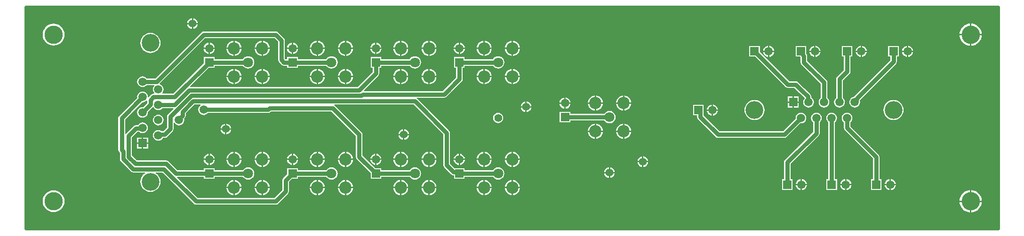
<source format=gbl>
G04*
G04 #@! TF.GenerationSoftware,Altium Limited,Altium Designer,21.7.1 (17)*
G04*
G04 Layer_Physical_Order=2*
G04 Layer_Color=16711680*
%FSLAX25Y25*%
%MOIN*%
G70*
G04*
G04 #@! TF.SameCoordinates,5A6BF6B2-75EA-49F6-9102-A494C9BE1907*
G04*
G04*
G04 #@! TF.FilePolarity,Positive*
G04*
G01*
G75*
%ADD11C,0.01968*%
%ADD23C,0.03000*%
%ADD24R,0.05906X0.05906*%
%ADD25C,0.05906*%
%ADD26C,0.12598*%
%ADD27R,0.05906X0.05906*%
%ADD28C,0.13000*%
%ADD29C,0.07087*%
%ADD30C,0.08661*%
%ADD31C,0.05512*%
G36*
X688976Y0D02*
X688976Y-157480D01*
X0Y-157480D01*
Y0D01*
X688976Y0D01*
D02*
G37*
%LPC*%
G36*
X118610Y-8089D02*
Y-11311D01*
X121833D01*
X121769Y-10830D01*
X121391Y-9917D01*
X120789Y-9132D01*
X120004Y-8530D01*
X119091Y-8152D01*
X118610Y-8089D01*
D02*
G37*
G36*
X117610D02*
X117130Y-8152D01*
X116216Y-8530D01*
X115431Y-9132D01*
X114830Y-9917D01*
X114451Y-10830D01*
X114388Y-11311D01*
X117610D01*
Y-8089D01*
D02*
G37*
G36*
X121833Y-12311D02*
X118610D01*
Y-15533D01*
X119091Y-15470D01*
X120004Y-15092D01*
X120789Y-14490D01*
X121391Y-13705D01*
X121769Y-12791D01*
X121833Y-12311D01*
D02*
G37*
G36*
X117610D02*
X114388D01*
X114451Y-12791D01*
X114830Y-13705D01*
X115431Y-14490D01*
X116216Y-15092D01*
X117130Y-15470D01*
X117610Y-15533D01*
Y-12311D01*
D02*
G37*
G36*
X669791Y-11796D02*
Y-19185D01*
X677180D01*
X677077Y-18136D01*
X676625Y-16647D01*
X675892Y-15275D01*
X674904Y-14072D01*
X673702Y-13085D01*
X672329Y-12351D01*
X670840Y-11899D01*
X669791Y-11796D01*
D02*
G37*
G36*
X668791D02*
X667743Y-11899D01*
X666254Y-12351D01*
X664881Y-13085D01*
X663678Y-14072D01*
X662691Y-15275D01*
X661957Y-16647D01*
X661506Y-18136D01*
X661402Y-19185D01*
X668791D01*
Y-11796D01*
D02*
G37*
G36*
X19685Y-11948D02*
X18176Y-12096D01*
X16724Y-12537D01*
X15386Y-13252D01*
X14214Y-14214D01*
X13252Y-15386D01*
X12537Y-16724D01*
X12096Y-18176D01*
X11948Y-19685D01*
X12096Y-21194D01*
X12537Y-22646D01*
X13252Y-23984D01*
X14214Y-25156D01*
X15386Y-26118D01*
X16724Y-26833D01*
X18176Y-27274D01*
X19685Y-27422D01*
X21194Y-27274D01*
X22646Y-26833D01*
X23984Y-26118D01*
X25156Y-25156D01*
X26118Y-23984D01*
X26833Y-22646D01*
X27274Y-21194D01*
X27422Y-19685D01*
X27274Y-18176D01*
X26833Y-16724D01*
X26118Y-15386D01*
X25156Y-14214D01*
X23984Y-13252D01*
X22646Y-12537D01*
X21194Y-12096D01*
X19685Y-11948D01*
D02*
G37*
G36*
X677180Y-20185D02*
X669791D01*
Y-27574D01*
X670840Y-27471D01*
X672329Y-27019D01*
X673702Y-26285D01*
X674904Y-25298D01*
X675892Y-24095D01*
X676625Y-22723D01*
X677077Y-21234D01*
X677180Y-20185D01*
D02*
G37*
G36*
X668791D02*
X661402D01*
X661506Y-21234D01*
X661957Y-22723D01*
X662691Y-24095D01*
X663678Y-25298D01*
X664881Y-26285D01*
X666254Y-27019D01*
X667743Y-27471D01*
X668791Y-27574D01*
Y-20185D01*
D02*
G37*
G36*
X307587Y-25449D02*
Y-28870D01*
X311008D01*
X310938Y-28338D01*
X310539Y-27377D01*
X309906Y-26551D01*
X309080Y-25917D01*
X308119Y-25519D01*
X307587Y-25449D01*
D02*
G37*
G36*
X306587D02*
X306055Y-25519D01*
X305093Y-25917D01*
X304268Y-26551D01*
X303634Y-27377D01*
X303236Y-28338D01*
X303166Y-28870D01*
X306587D01*
Y-25449D01*
D02*
G37*
G36*
X248532Y-25449D02*
Y-28870D01*
X251953D01*
X251883Y-28338D01*
X251484Y-27377D01*
X250851Y-26551D01*
X250025Y-25917D01*
X249063Y-25519D01*
X248532Y-25449D01*
D02*
G37*
G36*
X189476D02*
Y-28870D01*
X192897D01*
X192827Y-28338D01*
X192429Y-27377D01*
X191796Y-26551D01*
X190970Y-25917D01*
X190008Y-25519D01*
X189476Y-25449D01*
D02*
G37*
G36*
X188476Y-25449D02*
X187944Y-25519D01*
X186983Y-25917D01*
X186157Y-26551D01*
X185524Y-27377D01*
X185125Y-28338D01*
X185055Y-28870D01*
X188476D01*
Y-25449D01*
D02*
G37*
G36*
X247532D02*
X247000Y-25519D01*
X246038Y-25917D01*
X245212Y-26551D01*
X244579Y-27377D01*
X244180Y-28338D01*
X244110Y-28870D01*
X247532D01*
Y-25449D01*
D02*
G37*
G36*
X345146Y-24059D02*
Y-28870D01*
X349956D01*
X349839Y-27979D01*
X349302Y-26682D01*
X348448Y-25568D01*
X347334Y-24714D01*
X346037Y-24177D01*
X345146Y-24059D01*
D02*
G37*
G36*
X325146D02*
Y-28870D01*
X329957D01*
X329839Y-27979D01*
X329302Y-26682D01*
X328448Y-25568D01*
X327334Y-24714D01*
X326037Y-24177D01*
X325146Y-24059D01*
D02*
G37*
G36*
X286090D02*
Y-28870D01*
X290901D01*
X290784Y-27979D01*
X290247Y-26682D01*
X289392Y-25568D01*
X288279Y-24714D01*
X286982Y-24177D01*
X286090Y-24059D01*
D02*
G37*
G36*
X266090D02*
Y-28870D01*
X270901D01*
X270784Y-27979D01*
X270247Y-26682D01*
X269392Y-25568D01*
X268279Y-24714D01*
X266982Y-24177D01*
X266090Y-24059D01*
D02*
G37*
G36*
X227035D02*
Y-28870D01*
X231846D01*
X231729Y-27979D01*
X231192Y-26682D01*
X230337Y-25568D01*
X229224Y-24714D01*
X227927Y-24177D01*
X227035Y-24059D01*
D02*
G37*
G36*
X207035D02*
Y-28870D01*
X211846D01*
X211729Y-27979D01*
X211192Y-26682D01*
X210337Y-25568D01*
X209224Y-24714D01*
X207927Y-24177D01*
X207035Y-24059D01*
D02*
G37*
G36*
X130421Y-25449D02*
Y-28870D01*
X133842D01*
X133772Y-28338D01*
X133374Y-27377D01*
X132740Y-26551D01*
X131915Y-25917D01*
X130953Y-25519D01*
X130421Y-25449D01*
D02*
G37*
G36*
X129421Y-25449D02*
X128889Y-25519D01*
X127928Y-25917D01*
X127102Y-26551D01*
X126469Y-27377D01*
X126070Y-28338D01*
X126000Y-28870D01*
X129421D01*
Y-25449D01*
D02*
G37*
G36*
X285090Y-24059D02*
X284199Y-24177D01*
X282902Y-24714D01*
X281789Y-25568D01*
X280934Y-26682D01*
X280397Y-27979D01*
X280280Y-28870D01*
X285090D01*
Y-24059D01*
D02*
G37*
G36*
X206035D02*
X205144Y-24177D01*
X203847Y-24714D01*
X202733Y-25568D01*
X201879Y-26682D01*
X201342Y-27979D01*
X201224Y-28870D01*
X206035D01*
Y-24059D01*
D02*
G37*
G36*
X265090D02*
X264199Y-24177D01*
X262902Y-24714D01*
X261789Y-25568D01*
X260934Y-26682D01*
X260397Y-27979D01*
X260280Y-28870D01*
X265090D01*
Y-24059D01*
D02*
G37*
G36*
X226035D02*
X225144Y-24177D01*
X223847Y-24714D01*
X222733Y-25568D01*
X221879Y-26682D01*
X221342Y-27979D01*
X221224Y-28870D01*
X226035D01*
Y-24059D01*
D02*
G37*
G36*
X344146D02*
X343254Y-24177D01*
X341957Y-24714D01*
X340844Y-25568D01*
X339989Y-26682D01*
X339452Y-27979D01*
X339335Y-28870D01*
X344146D01*
Y-24059D01*
D02*
G37*
G36*
X324146D02*
X323254Y-24177D01*
X321957Y-24714D01*
X320844Y-25568D01*
X319989Y-26682D01*
X319452Y-27979D01*
X319335Y-28870D01*
X324146D01*
Y-24059D01*
D02*
G37*
G36*
X167980Y-24059D02*
Y-28870D01*
X172791D01*
X172674Y-27979D01*
X172137Y-26682D01*
X171282Y-25568D01*
X170169Y-24714D01*
X168872Y-24177D01*
X167980Y-24059D01*
D02*
G37*
G36*
X147980D02*
Y-28870D01*
X152791D01*
X152674Y-27979D01*
X152137Y-26682D01*
X151282Y-25568D01*
X150169Y-24714D01*
X148872Y-24177D01*
X147980Y-24059D01*
D02*
G37*
G36*
X146980Y-24059D02*
X146089Y-24177D01*
X144792Y-24714D01*
X143678Y-25568D01*
X142824Y-26682D01*
X142287Y-27979D01*
X142169Y-28870D01*
X146980D01*
Y-24059D01*
D02*
G37*
G36*
X166980D02*
X166089Y-24177D01*
X164792Y-24714D01*
X163678Y-25568D01*
X162824Y-26682D01*
X162287Y-27979D01*
X162169Y-28870D01*
X166980D01*
Y-24059D01*
D02*
G37*
G36*
X625106Y-27575D02*
Y-30996D01*
X628527D01*
X628457Y-30464D01*
X628059Y-29503D01*
X627425Y-28677D01*
X626600Y-28043D01*
X625638Y-27645D01*
X625106Y-27575D01*
D02*
G37*
G36*
X559555D02*
Y-30996D01*
X562976D01*
X562906Y-30464D01*
X562508Y-29503D01*
X561874Y-28677D01*
X561049Y-28043D01*
X560087Y-27645D01*
X559555Y-27575D01*
D02*
G37*
G36*
X592271D02*
Y-30996D01*
X595692D01*
X595622Y-30464D01*
X595224Y-29503D01*
X594590Y-28677D01*
X593765Y-28043D01*
X592803Y-27645D01*
X592271Y-27575D01*
D02*
G37*
G36*
X526720D02*
Y-30996D01*
X530141D01*
X530071Y-30464D01*
X529673Y-29503D01*
X529039Y-28677D01*
X528214Y-28043D01*
X527252Y-27645D01*
X526720Y-27575D01*
D02*
G37*
G36*
X558555D02*
X558023Y-27645D01*
X557062Y-28043D01*
X556236Y-28677D01*
X555602Y-29503D01*
X555204Y-30464D01*
X555134Y-30996D01*
X558555D01*
Y-27575D01*
D02*
G37*
G36*
X624106D02*
X623574Y-27645D01*
X622613Y-28043D01*
X621787Y-28677D01*
X621153Y-29503D01*
X620755Y-30464D01*
X620685Y-30996D01*
X624106D01*
Y-27575D01*
D02*
G37*
G36*
X591271D02*
X590739Y-27645D01*
X589778Y-28043D01*
X588952Y-28677D01*
X588318Y-29503D01*
X587920Y-30464D01*
X587850Y-30996D01*
X591271D01*
Y-27575D01*
D02*
G37*
G36*
X525720D02*
X525188Y-27645D01*
X524227Y-28043D01*
X523401Y-28677D01*
X522767Y-29503D01*
X522369Y-30464D01*
X522299Y-30996D01*
X525720D01*
Y-27575D01*
D02*
G37*
G36*
X88267Y-18477D02*
X86875Y-18614D01*
X85537Y-19020D01*
X84304Y-19679D01*
X83223Y-20566D01*
X82336Y-21647D01*
X81677Y-22880D01*
X81271Y-24218D01*
X81134Y-25610D01*
X81271Y-27002D01*
X81677Y-28340D01*
X82336Y-29573D01*
X83223Y-30654D01*
X84304Y-31541D01*
X85537Y-32201D01*
X86875Y-32607D01*
X88267Y-32744D01*
X89659Y-32607D01*
X90997Y-32201D01*
X92230Y-31541D01*
X93311Y-30654D01*
X94199Y-29573D01*
X94858Y-28340D01*
X95264Y-27002D01*
X95401Y-25610D01*
X95264Y-24218D01*
X94858Y-22880D01*
X94199Y-21647D01*
X93311Y-20566D01*
X92230Y-19679D01*
X90997Y-19020D01*
X89659Y-18614D01*
X88267Y-18477D01*
D02*
G37*
G36*
X129421Y-29870D02*
X126000D01*
X126070Y-30402D01*
X126469Y-31363D01*
X127102Y-32189D01*
X127928Y-32823D01*
X128889Y-33221D01*
X129421Y-33291D01*
Y-29870D01*
D02*
G37*
G36*
X188476Y-29870D02*
X185055D01*
X185125Y-30402D01*
X185524Y-31363D01*
X186157Y-32189D01*
X186983Y-32823D01*
X187944Y-33221D01*
X188476Y-33291D01*
Y-29870D01*
D02*
G37*
G36*
X247532D02*
X244110D01*
X244180Y-30402D01*
X244579Y-31363D01*
X245212Y-32189D01*
X246038Y-32823D01*
X247000Y-33221D01*
X247532Y-33291D01*
Y-29870D01*
D02*
G37*
G36*
X306587Y-29870D02*
X303166D01*
X303236Y-30402D01*
X303634Y-31363D01*
X304268Y-32189D01*
X305093Y-32823D01*
X306055Y-33221D01*
X306587Y-33291D01*
Y-29870D01*
D02*
G37*
G36*
X311008D02*
X307587D01*
Y-33291D01*
X308119Y-33221D01*
X309080Y-32823D01*
X309906Y-32189D01*
X310539Y-31363D01*
X310938Y-30402D01*
X311008Y-29870D01*
D02*
G37*
G36*
X251953Y-29870D02*
X248532D01*
Y-33291D01*
X249063Y-33221D01*
X250025Y-32823D01*
X250851Y-32189D01*
X251484Y-31363D01*
X251883Y-30402D01*
X251953Y-29870D01*
D02*
G37*
G36*
X192897D02*
X189476D01*
Y-33291D01*
X190008Y-33221D01*
X190970Y-32823D01*
X191796Y-32189D01*
X192429Y-31363D01*
X192827Y-30402D01*
X192897Y-29870D01*
D02*
G37*
G36*
X133842Y-29870D02*
X130421D01*
Y-33291D01*
X130953Y-33221D01*
X131915Y-32823D01*
X132740Y-32189D01*
X133374Y-31363D01*
X133772Y-30402D01*
X133842Y-29870D01*
D02*
G37*
G36*
X146980Y-29870D02*
X142169D01*
X142287Y-30762D01*
X142824Y-32058D01*
X143678Y-33172D01*
X144792Y-34026D01*
X146089Y-34564D01*
X146980Y-34681D01*
Y-29870D01*
D02*
G37*
G36*
X166980D02*
X162169D01*
X162287Y-30762D01*
X162824Y-32058D01*
X163678Y-33172D01*
X164792Y-34026D01*
X166089Y-34564D01*
X166980Y-34681D01*
Y-29870D01*
D02*
G37*
G36*
X206035Y-29870D02*
X201224D01*
X201342Y-30762D01*
X201879Y-32058D01*
X202733Y-33172D01*
X203847Y-34026D01*
X205144Y-34564D01*
X206035Y-34681D01*
Y-29870D01*
D02*
G37*
G36*
X285090D02*
X280280D01*
X280397Y-30762D01*
X280934Y-32058D01*
X281789Y-33172D01*
X282902Y-34026D01*
X284199Y-34564D01*
X285090Y-34681D01*
Y-29870D01*
D02*
G37*
G36*
X344146D02*
X339335D01*
X339452Y-30762D01*
X339989Y-32058D01*
X340844Y-33172D01*
X341957Y-34026D01*
X343254Y-34564D01*
X344146Y-34681D01*
Y-29870D01*
D02*
G37*
G36*
X324146D02*
X319335D01*
X319452Y-30762D01*
X319989Y-32058D01*
X320844Y-33172D01*
X321957Y-34026D01*
X323254Y-34564D01*
X324146Y-34681D01*
Y-29870D01*
D02*
G37*
G36*
X265090D02*
X260280D01*
X260397Y-30762D01*
X260934Y-32058D01*
X261789Y-33172D01*
X262902Y-34026D01*
X264199Y-34564D01*
X265090Y-34681D01*
Y-29870D01*
D02*
G37*
G36*
X226035D02*
X221224D01*
X221342Y-30762D01*
X221879Y-32058D01*
X222733Y-33172D01*
X223847Y-34026D01*
X225144Y-34564D01*
X226035Y-34681D01*
Y-29870D01*
D02*
G37*
G36*
X270901D02*
X266090D01*
Y-34681D01*
X266982Y-34564D01*
X268279Y-34026D01*
X269392Y-33172D01*
X270247Y-32058D01*
X270784Y-30762D01*
X270901Y-29870D01*
D02*
G37*
G36*
X231846D02*
X227035D01*
Y-34681D01*
X227927Y-34564D01*
X229224Y-34026D01*
X230337Y-33172D01*
X231192Y-32058D01*
X231729Y-30762D01*
X231846Y-29870D01*
D02*
G37*
G36*
X349957D02*
X345146D01*
Y-34681D01*
X346037Y-34564D01*
X347334Y-34026D01*
X348448Y-33172D01*
X349302Y-32058D01*
X349839Y-30762D01*
X349957Y-29870D01*
D02*
G37*
G36*
X329957D02*
X325146D01*
Y-34681D01*
X326037Y-34564D01*
X327334Y-34026D01*
X328448Y-33172D01*
X329302Y-32058D01*
X329839Y-30762D01*
X329957Y-29870D01*
D02*
G37*
G36*
X290901D02*
X286090D01*
Y-34681D01*
X286982Y-34564D01*
X288279Y-34026D01*
X289392Y-33172D01*
X290247Y-32058D01*
X290784Y-30762D01*
X290901Y-29870D01*
D02*
G37*
G36*
X211846D02*
X207035D01*
Y-34681D01*
X207927Y-34564D01*
X209224Y-34026D01*
X210337Y-33172D01*
X211192Y-32058D01*
X211729Y-30762D01*
X211846Y-29870D01*
D02*
G37*
G36*
X172791Y-29870D02*
X167980D01*
Y-34681D01*
X168872Y-34564D01*
X170169Y-34026D01*
X171282Y-33172D01*
X172137Y-32058D01*
X172674Y-30762D01*
X172791Y-29870D01*
D02*
G37*
G36*
X152791D02*
X147980D01*
Y-34681D01*
X148872Y-34564D01*
X150169Y-34026D01*
X151282Y-33172D01*
X152137Y-32058D01*
X152674Y-30762D01*
X152791Y-29870D01*
D02*
G37*
G36*
X628527Y-31996D02*
X625106D01*
Y-35417D01*
X625638Y-35347D01*
X626600Y-34949D01*
X627425Y-34315D01*
X628059Y-33490D01*
X628457Y-32528D01*
X628527Y-31996D01*
D02*
G37*
G36*
X595692D02*
X592271D01*
Y-35417D01*
X592803Y-35347D01*
X593765Y-34949D01*
X594590Y-34315D01*
X595224Y-33490D01*
X595622Y-32528D01*
X595692Y-31996D01*
D02*
G37*
G36*
X562976D02*
X559555D01*
Y-35417D01*
X560087Y-35347D01*
X561049Y-34949D01*
X561874Y-34315D01*
X562508Y-33490D01*
X562906Y-32528D01*
X562976Y-31996D01*
D02*
G37*
G36*
X530141D02*
X526720D01*
Y-35417D01*
X527252Y-35347D01*
X528214Y-34949D01*
X529039Y-34315D01*
X529673Y-33490D01*
X530071Y-32528D01*
X530141Y-31996D01*
D02*
G37*
G36*
X591271D02*
X587850D01*
X587920Y-32528D01*
X588318Y-33490D01*
X588952Y-34315D01*
X589778Y-34949D01*
X590739Y-35347D01*
X591271Y-35417D01*
Y-31996D01*
D02*
G37*
G36*
X558555D02*
X555134D01*
X555204Y-32528D01*
X555602Y-33490D01*
X556236Y-34315D01*
X557062Y-34949D01*
X558023Y-35347D01*
X558555Y-35417D01*
Y-31996D01*
D02*
G37*
G36*
X525720D02*
X522299D01*
X522369Y-32528D01*
X522767Y-33490D01*
X523401Y-34315D01*
X524227Y-34949D01*
X525188Y-35347D01*
X525720Y-35417D01*
Y-31996D01*
D02*
G37*
G36*
X624106D02*
X620685D01*
X620755Y-32528D01*
X621153Y-33490D01*
X621787Y-34315D01*
X622613Y-34949D01*
X623574Y-35347D01*
X624106Y-35417D01*
Y-31996D01*
D02*
G37*
G36*
X125984Y-17340D02*
X125087Y-17518D01*
X124326Y-18027D01*
X91706Y-50647D01*
X85608D01*
X85354Y-50316D01*
X84570Y-49714D01*
X83657Y-49336D01*
X82677Y-49207D01*
X81697Y-49336D01*
X80785Y-49714D01*
X80001Y-50316D01*
X79399Y-51100D01*
X79021Y-52012D01*
X78892Y-52992D01*
X79021Y-53972D01*
X79399Y-54885D01*
X80001Y-55669D01*
X80785Y-56270D01*
X81697Y-56648D01*
X82677Y-56777D01*
X83657Y-56648D01*
X84570Y-56270D01*
X85354Y-55669D01*
X85608Y-55337D01*
X91005D01*
X91129Y-55837D01*
X90580Y-56553D01*
X90202Y-57465D01*
X90073Y-58445D01*
X90202Y-59425D01*
X90580Y-60338D01*
X91128Y-61052D01*
X91003Y-61552D01*
X90551D01*
X89654Y-61731D01*
X88893Y-62239D01*
X86926Y-64206D01*
X86452Y-63972D01*
X86462Y-63897D01*
X86333Y-62918D01*
X85955Y-62005D01*
X85354Y-61221D01*
X84570Y-60619D01*
X83657Y-60241D01*
X82677Y-60112D01*
X81697Y-60241D01*
X80785Y-60619D01*
X80001Y-61221D01*
X79399Y-62005D01*
X79021Y-62918D01*
X78892Y-63897D01*
X78947Y-64311D01*
X66255Y-77003D01*
X65747Y-77763D01*
X65568Y-78661D01*
Y-101378D01*
X65747Y-102275D01*
X66255Y-103036D01*
X66690Y-103471D01*
Y-107873D01*
X66868Y-108771D01*
X67376Y-109531D01*
X74524Y-116679D01*
X75284Y-117187D01*
X76182Y-117366D01*
X84552D01*
X84677Y-117866D01*
X84304Y-118065D01*
X83223Y-118952D01*
X82336Y-120033D01*
X81677Y-121266D01*
X81271Y-122605D01*
X81134Y-123996D01*
X81271Y-125388D01*
X81677Y-126726D01*
X82336Y-127959D01*
X83223Y-129040D01*
X84304Y-129928D01*
X85537Y-130587D01*
X86875Y-130993D01*
X88267Y-131130D01*
X89659Y-130993D01*
X90997Y-130587D01*
X92230Y-129928D01*
X93311Y-129040D01*
X94199Y-127959D01*
X94858Y-126726D01*
X95264Y-125388D01*
X95401Y-123996D01*
X95264Y-122605D01*
X94858Y-121266D01*
X94199Y-120033D01*
X93311Y-118952D01*
X92230Y-118065D01*
X91857Y-117866D01*
X91983Y-117366D01*
X96864D01*
X118952Y-139453D01*
X118952Y-139453D01*
X119713Y-139962D01*
X120610Y-140140D01*
X120610Y-140140D01*
X177165D01*
X178063Y-139962D01*
X178824Y-139453D01*
X185713Y-132564D01*
X186222Y-131803D01*
X186400Y-130905D01*
X186400Y-130905D01*
Y-124003D01*
X188540Y-121863D01*
X192729D01*
Y-120455D01*
X212860D01*
X213438Y-121208D01*
X214345Y-121904D01*
X215402Y-122342D01*
X216535Y-122491D01*
X217669Y-122342D01*
X218726Y-121904D01*
X219633Y-121208D01*
X220329Y-120301D01*
X220767Y-119244D01*
X220916Y-118110D01*
X220767Y-116976D01*
X220329Y-115920D01*
X219633Y-115013D01*
X218726Y-114316D01*
X217669Y-113879D01*
X216535Y-113730D01*
X215402Y-113879D01*
X214345Y-114316D01*
X213438Y-115013D01*
X212860Y-115765D01*
X192729D01*
Y-114357D01*
X185224D01*
Y-118547D01*
X182397Y-121373D01*
X181889Y-122134D01*
X181710Y-123031D01*
Y-129934D01*
X176194Y-135450D01*
X121582D01*
X107049Y-120917D01*
X107240Y-120455D01*
X126169D01*
Y-121863D01*
X133674D01*
Y-120455D01*
X153805D01*
X154383Y-121208D01*
X155290Y-121904D01*
X156346Y-122342D01*
X157480Y-122491D01*
X158614Y-122342D01*
X159671Y-121904D01*
X160578Y-121208D01*
X161274Y-120301D01*
X161712Y-119244D01*
X161861Y-118110D01*
X161712Y-116976D01*
X161274Y-115920D01*
X160578Y-115013D01*
X159671Y-114316D01*
X158614Y-113879D01*
X157480Y-113730D01*
X156346Y-113879D01*
X155290Y-114316D01*
X154383Y-115013D01*
X153805Y-115765D01*
X133674D01*
Y-114357D01*
X126169D01*
Y-115765D01*
X107271D01*
X101068Y-109562D01*
X100307Y-109054D01*
X99409Y-108875D01*
X78727D01*
X75180Y-105328D01*
Y-92507D01*
X79077Y-88609D01*
X80293D01*
X80785Y-88986D01*
X81697Y-89364D01*
X82677Y-89493D01*
X83657Y-89364D01*
X84570Y-88986D01*
X85354Y-88385D01*
X85955Y-87601D01*
X86333Y-86688D01*
X86462Y-85708D01*
X86333Y-84728D01*
X85955Y-83816D01*
X85354Y-83032D01*
X84570Y-82430D01*
X83657Y-82052D01*
X82677Y-81923D01*
X81697Y-82052D01*
X80785Y-82430D01*
X80001Y-83032D01*
X79399Y-83816D01*
X79356Y-83919D01*
X78106D01*
X77209Y-84097D01*
X76448Y-84606D01*
X71176Y-89877D01*
X70758Y-90503D01*
X70258Y-90351D01*
Y-79632D01*
X82263Y-67628D01*
X82677Y-67682D01*
X83657Y-67553D01*
X84570Y-67175D01*
X85354Y-66574D01*
X85422Y-66484D01*
X85922Y-66654D01*
Y-68242D01*
X83091Y-71073D01*
X82677Y-71018D01*
X81697Y-71147D01*
X80785Y-71525D01*
X80001Y-72127D01*
X79399Y-72911D01*
X79021Y-73823D01*
X78892Y-74803D01*
X79021Y-75783D01*
X79399Y-76696D01*
X80001Y-77480D01*
X80785Y-78081D01*
X81697Y-78459D01*
X82677Y-78588D01*
X83657Y-78459D01*
X84570Y-78081D01*
X85354Y-77480D01*
X85955Y-76696D01*
X86333Y-75783D01*
X86462Y-74803D01*
X86408Y-74389D01*
X89925Y-70871D01*
X89940Y-70850D01*
X90438Y-70898D01*
X90580Y-71243D01*
X91182Y-72027D01*
X91966Y-72628D01*
X92879Y-73006D01*
X93858Y-73135D01*
X94838Y-73006D01*
X95751Y-72628D01*
X96535Y-72027D01*
X96789Y-71695D01*
X104453D01*
X104645Y-72157D01*
X100704Y-76098D01*
X100196Y-76859D01*
X100017Y-77756D01*
Y-85643D01*
X97400Y-88260D01*
X96242D01*
X95751Y-87883D01*
X94838Y-87505D01*
X93858Y-87376D01*
X92879Y-87505D01*
X91966Y-87883D01*
X91182Y-88485D01*
X90580Y-89269D01*
X90202Y-90181D01*
X90073Y-91161D01*
X90202Y-92141D01*
X90580Y-93054D01*
X91182Y-93838D01*
X91966Y-94439D01*
X92879Y-94817D01*
X93858Y-94946D01*
X94838Y-94817D01*
X95751Y-94439D01*
X96535Y-93838D01*
X97136Y-93054D01*
X97179Y-92950D01*
X98371D01*
X99269Y-92772D01*
X100029Y-92263D01*
X104020Y-88272D01*
X104529Y-87512D01*
X104707Y-86614D01*
Y-82164D01*
X105207Y-82064D01*
X105242Y-82149D01*
X105844Y-82933D01*
X106628Y-83534D01*
X107541Y-83912D01*
X108520Y-84041D01*
X109500Y-83912D01*
X110413Y-83534D01*
X111197Y-82933D01*
X111798Y-82149D01*
X112177Y-81236D01*
X112305Y-80256D01*
X112177Y-79277D01*
X112134Y-79173D01*
X112613Y-78694D01*
X113121Y-77933D01*
X113300Y-77035D01*
Y-75509D01*
X119534Y-69274D01*
X123638D01*
X123808Y-69774D01*
X123308Y-70158D01*
X122706Y-70942D01*
X122328Y-71855D01*
X122199Y-72835D01*
X122328Y-73814D01*
X122706Y-74727D01*
X123308Y-75511D01*
X124092Y-76113D01*
X125005Y-76491D01*
X125984Y-76620D01*
X126964Y-76491D01*
X127877Y-76113D01*
X128661Y-75511D01*
X128915Y-75180D01*
X171653D01*
X172550Y-75001D01*
X173311Y-74493D01*
X173609Y-74195D01*
X216548D01*
X233875Y-91523D01*
Y-106299D01*
X234054Y-107197D01*
X234562Y-107957D01*
X244279Y-117674D01*
Y-121863D01*
X251784D01*
Y-120455D01*
X271915D01*
X272493Y-121208D01*
X273400Y-121904D01*
X274457Y-122342D01*
X275590Y-122491D01*
X276724Y-122342D01*
X277781Y-121904D01*
X278688Y-121208D01*
X279384Y-120301D01*
X279822Y-119244D01*
X279971Y-118110D01*
X279822Y-116976D01*
X279384Y-115920D01*
X278688Y-115013D01*
X277781Y-114316D01*
X276724Y-113879D01*
X275590Y-113730D01*
X274457Y-113879D01*
X273400Y-114316D01*
X272493Y-115013D01*
X271915Y-115765D01*
X251784D01*
Y-114357D01*
X247595D01*
X238565Y-105328D01*
Y-90551D01*
X238387Y-89654D01*
X237879Y-88893D01*
X219178Y-70192D01*
X218552Y-69774D01*
X218704Y-69274D01*
X274619D01*
X295883Y-90538D01*
Y-112205D01*
X296062Y-113102D01*
X296570Y-113863D01*
X301491Y-118784D01*
X302252Y-119292D01*
X303150Y-119471D01*
X303334D01*
Y-121863D01*
X310839D01*
Y-120455D01*
X330971D01*
X331548Y-121208D01*
X332455Y-121904D01*
X333512Y-122342D01*
X334646Y-122491D01*
X335780Y-122342D01*
X336836Y-121904D01*
X337743Y-121208D01*
X338439Y-120301D01*
X338877Y-119244D01*
X339026Y-118110D01*
X338877Y-116976D01*
X338439Y-115920D01*
X337743Y-115013D01*
X336836Y-114316D01*
X335780Y-113879D01*
X334646Y-113730D01*
X333512Y-113879D01*
X332455Y-114316D01*
X331548Y-115013D01*
X330971Y-115765D01*
X310839D01*
Y-114357D01*
X303697D01*
X300573Y-111233D01*
Y-89567D01*
X300395Y-88670D01*
X299887Y-87909D01*
X277249Y-65271D01*
X276623Y-64853D01*
X276775Y-64353D01*
X296260D01*
X297157Y-64174D01*
X297918Y-63666D01*
X308745Y-52839D01*
X309253Y-52078D01*
X309432Y-51181D01*
X309432Y-51181D01*
Y-43123D01*
X310839D01*
Y-41715D01*
X330971D01*
X331548Y-42468D01*
X332455Y-43164D01*
X333512Y-43602D01*
X334646Y-43751D01*
X335780Y-43602D01*
X336836Y-43164D01*
X337743Y-42468D01*
X338439Y-41561D01*
X338877Y-40504D01*
X339026Y-39370D01*
X338877Y-38236D01*
X338439Y-37180D01*
X337743Y-36272D01*
X336836Y-35576D01*
X335780Y-35139D01*
X334646Y-34989D01*
X333512Y-35139D01*
X332455Y-35576D01*
X331548Y-36272D01*
X330971Y-37025D01*
X310839D01*
Y-35617D01*
X303334D01*
Y-43123D01*
X304742D01*
Y-50210D01*
X295288Y-59663D01*
X239582D01*
X239391Y-59201D01*
X249690Y-48902D01*
X249690Y-48902D01*
X250198Y-48142D01*
X250377Y-47244D01*
Y-43123D01*
X251784D01*
Y-41715D01*
X271915D01*
X272493Y-42468D01*
X273400Y-43164D01*
X274457Y-43602D01*
X275590Y-43751D01*
X276724Y-43602D01*
X277781Y-43164D01*
X278688Y-42468D01*
X279384Y-41561D01*
X279822Y-40504D01*
X279971Y-39370D01*
X279822Y-38236D01*
X279384Y-37180D01*
X278688Y-36272D01*
X277781Y-35576D01*
X276724Y-35139D01*
X275590Y-34989D01*
X274457Y-35139D01*
X273400Y-35576D01*
X272493Y-36272D01*
X271915Y-37025D01*
X251784D01*
Y-35617D01*
X244279D01*
Y-43123D01*
X245686D01*
Y-46273D01*
X235249Y-56710D01*
X116551D01*
X116360Y-56248D01*
X129485Y-43123D01*
X133674D01*
Y-41715D01*
X153805D01*
X154383Y-42468D01*
X155290Y-43164D01*
X156346Y-43602D01*
X157480Y-43751D01*
X158614Y-43602D01*
X159671Y-43164D01*
X160578Y-42468D01*
X161274Y-41561D01*
X161712Y-40504D01*
X161861Y-39370D01*
X161712Y-38236D01*
X161274Y-37180D01*
X160578Y-36272D01*
X159671Y-35576D01*
X158614Y-35139D01*
X157480Y-34989D01*
X156346Y-35139D01*
X155290Y-35576D01*
X154383Y-36272D01*
X153805Y-37025D01*
X133674D01*
Y-35617D01*
X126169D01*
Y-39806D01*
X104423Y-61552D01*
X96713D01*
X96588Y-61052D01*
X97136Y-60338D01*
X97514Y-59425D01*
X97643Y-58445D01*
X97514Y-57465D01*
X97136Y-56553D01*
X96535Y-55769D01*
X95751Y-55167D01*
X94885Y-54808D01*
X94801Y-54630D01*
X94717Y-54269D01*
X126956Y-22030D01*
X176194D01*
X178757Y-24593D01*
Y-37613D01*
X178936Y-38510D01*
X179444Y-39271D01*
X181202Y-41028D01*
X181962Y-41537D01*
X182860Y-41715D01*
X185224D01*
Y-43123D01*
X192729D01*
Y-41715D01*
X212860D01*
X213438Y-42468D01*
X214345Y-43164D01*
X215402Y-43602D01*
X216535Y-43751D01*
X217669Y-43602D01*
X218726Y-43164D01*
X219633Y-42468D01*
X220329Y-41561D01*
X220767Y-40504D01*
X220916Y-39370D01*
X220767Y-38236D01*
X220329Y-37180D01*
X219633Y-36272D01*
X218726Y-35576D01*
X217669Y-35139D01*
X216535Y-34989D01*
X215402Y-35139D01*
X214345Y-35576D01*
X213438Y-36272D01*
X212860Y-37025D01*
X192729D01*
Y-35617D01*
X185224D01*
Y-37025D01*
X183831D01*
X183447Y-36641D01*
Y-23622D01*
X183269Y-22725D01*
X182761Y-21964D01*
X178824Y-18027D01*
X178063Y-17518D01*
X177165Y-17340D01*
X125984D01*
X125984Y-17340D01*
D02*
G37*
G36*
X345146Y-44059D02*
Y-48870D01*
X349956D01*
X349839Y-47978D01*
X349302Y-46682D01*
X348448Y-45568D01*
X347334Y-44714D01*
X346037Y-44177D01*
X345146Y-44059D01*
D02*
G37*
G36*
X325146D02*
Y-48870D01*
X329957D01*
X329839Y-47978D01*
X329302Y-46682D01*
X328448Y-45568D01*
X327334Y-44714D01*
X326037Y-44177D01*
X325146Y-44059D01*
D02*
G37*
G36*
X286090D02*
Y-48870D01*
X290901D01*
X290784Y-47978D01*
X290247Y-46682D01*
X289392Y-45568D01*
X288279Y-44714D01*
X286982Y-44177D01*
X286090Y-44059D01*
D02*
G37*
G36*
X266090D02*
Y-48870D01*
X270901D01*
X270784Y-47978D01*
X270247Y-46682D01*
X269392Y-45568D01*
X268279Y-44714D01*
X266982Y-44177D01*
X266090Y-44059D01*
D02*
G37*
G36*
X227035D02*
Y-48870D01*
X231846D01*
X231729Y-47978D01*
X231192Y-46682D01*
X230337Y-45568D01*
X229224Y-44714D01*
X227927Y-44177D01*
X227035Y-44059D01*
D02*
G37*
G36*
X207035D02*
Y-48870D01*
X211846D01*
X211729Y-47978D01*
X211192Y-46682D01*
X210337Y-45568D01*
X209224Y-44714D01*
X207927Y-44177D01*
X207035Y-44059D01*
D02*
G37*
G36*
X226035D02*
X225144Y-44177D01*
X223847Y-44714D01*
X222733Y-45568D01*
X221879Y-46682D01*
X221342Y-47978D01*
X221224Y-48870D01*
X226035D01*
Y-44059D01*
D02*
G37*
G36*
X206035D02*
X205144Y-44177D01*
X203847Y-44714D01*
X202733Y-45568D01*
X201879Y-46682D01*
X201342Y-47978D01*
X201224Y-48870D01*
X206035D01*
Y-44059D01*
D02*
G37*
G36*
X265090D02*
X264199Y-44177D01*
X262902Y-44714D01*
X261789Y-45568D01*
X260934Y-46682D01*
X260397Y-47978D01*
X260280Y-48870D01*
X265090D01*
Y-44059D01*
D02*
G37*
G36*
X344146D02*
X343254Y-44177D01*
X341957Y-44714D01*
X340844Y-45568D01*
X339989Y-46682D01*
X339452Y-47978D01*
X339335Y-48870D01*
X344146D01*
Y-44059D01*
D02*
G37*
G36*
X324146D02*
X323254Y-44177D01*
X321957Y-44714D01*
X320844Y-45568D01*
X319989Y-46682D01*
X319452Y-47978D01*
X319335Y-48870D01*
X324146D01*
Y-44059D01*
D02*
G37*
G36*
X285090D02*
X284199Y-44177D01*
X282902Y-44714D01*
X281789Y-45568D01*
X280934Y-46682D01*
X280397Y-47978D01*
X280280Y-48870D01*
X285090D01*
Y-44059D01*
D02*
G37*
G36*
X167980D02*
Y-48870D01*
X172791D01*
X172674Y-47978D01*
X172137Y-46682D01*
X171282Y-45568D01*
X170169Y-44714D01*
X168872Y-44177D01*
X167980Y-44059D01*
D02*
G37*
G36*
X147980D02*
Y-48870D01*
X152791D01*
X152674Y-47978D01*
X152137Y-46682D01*
X151282Y-45568D01*
X150169Y-44714D01*
X148872Y-44177D01*
X147980Y-44059D01*
D02*
G37*
G36*
X146980D02*
X146089Y-44177D01*
X144792Y-44714D01*
X143678Y-45568D01*
X142824Y-46682D01*
X142287Y-47978D01*
X142169Y-48870D01*
X146980D01*
Y-44059D01*
D02*
G37*
G36*
X166980D02*
X166089Y-44177D01*
X164792Y-44714D01*
X163678Y-45568D01*
X162824Y-46682D01*
X162287Y-47978D01*
X162169Y-48870D01*
X166980D01*
Y-44059D01*
D02*
G37*
G36*
X290901Y-49870D02*
X286090D01*
Y-54681D01*
X286982Y-54564D01*
X288279Y-54026D01*
X289392Y-53172D01*
X290247Y-52058D01*
X290784Y-50762D01*
X290901Y-49870D01*
D02*
G37*
G36*
X270901D02*
X266090D01*
Y-54681D01*
X266982Y-54564D01*
X268279Y-54026D01*
X269392Y-53172D01*
X270247Y-52058D01*
X270784Y-50762D01*
X270901Y-49870D01*
D02*
G37*
G36*
X349956D02*
X345146D01*
Y-54681D01*
X346037Y-54564D01*
X347334Y-54026D01*
X348448Y-53172D01*
X349302Y-52058D01*
X349839Y-50762D01*
X349956Y-49870D01*
D02*
G37*
G36*
X329957D02*
X325146D01*
Y-54681D01*
X326037Y-54564D01*
X327334Y-54026D01*
X328448Y-53172D01*
X329302Y-52058D01*
X329839Y-50762D01*
X329957Y-49870D01*
D02*
G37*
G36*
X231846D02*
X227035D01*
Y-54681D01*
X227927Y-54564D01*
X229224Y-54026D01*
X230337Y-53172D01*
X231192Y-52058D01*
X231729Y-50762D01*
X231846Y-49870D01*
D02*
G37*
G36*
X211846D02*
X207035D01*
Y-54681D01*
X207927Y-54564D01*
X209224Y-54026D01*
X210337Y-53172D01*
X211192Y-52058D01*
X211729Y-50762D01*
X211846Y-49870D01*
D02*
G37*
G36*
X172791Y-49870D02*
X167980D01*
Y-54681D01*
X168872Y-54564D01*
X170169Y-54026D01*
X171282Y-53172D01*
X172137Y-52058D01*
X172674Y-50762D01*
X172791Y-49870D01*
D02*
G37*
G36*
X152791D02*
X147980D01*
Y-54681D01*
X148872Y-54564D01*
X150169Y-54026D01*
X151282Y-53172D01*
X152137Y-52058D01*
X152674Y-50762D01*
X152791Y-49870D01*
D02*
G37*
G36*
X146980D02*
X142169D01*
X142287Y-50762D01*
X142824Y-52058D01*
X143678Y-53172D01*
X144792Y-54026D01*
X146089Y-54564D01*
X146980Y-54681D01*
Y-49870D01*
D02*
G37*
G36*
X166980D02*
X162169D01*
X162287Y-50762D01*
X162824Y-52058D01*
X163678Y-53172D01*
X164792Y-54026D01*
X166089Y-54564D01*
X166980Y-54681D01*
Y-49870D01*
D02*
G37*
G36*
X344146Y-49870D02*
X339335D01*
X339452Y-50762D01*
X339989Y-52058D01*
X340844Y-53172D01*
X341957Y-54026D01*
X343254Y-54564D01*
X344146Y-54681D01*
Y-49870D01*
D02*
G37*
G36*
X324146D02*
X319335D01*
X319452Y-50762D01*
X319989Y-52058D01*
X320844Y-53172D01*
X321957Y-54026D01*
X323254Y-54564D01*
X324146Y-54681D01*
Y-49870D01*
D02*
G37*
G36*
X226035D02*
X221224D01*
X221342Y-50762D01*
X221879Y-52058D01*
X222733Y-53172D01*
X223847Y-54026D01*
X225144Y-54564D01*
X226035Y-54681D01*
Y-49870D01*
D02*
G37*
G36*
X206035D02*
X201224D01*
X201342Y-50762D01*
X201879Y-52058D01*
X202733Y-53172D01*
X203847Y-54026D01*
X205144Y-54564D01*
X206035Y-54681D01*
Y-49870D01*
D02*
G37*
G36*
X285090D02*
X280280D01*
X280397Y-50762D01*
X280934Y-52058D01*
X281789Y-53172D01*
X282902Y-54026D01*
X284199Y-54564D01*
X285090Y-54681D01*
Y-49870D01*
D02*
G37*
G36*
X265090D02*
X260280D01*
X260397Y-50762D01*
X260934Y-52058D01*
X261789Y-53172D01*
X262902Y-54026D01*
X264199Y-54564D01*
X265090Y-54681D01*
Y-49870D01*
D02*
G37*
G36*
X547555Y-63606D02*
X544102D01*
Y-67059D01*
X547555D01*
Y-63606D01*
D02*
G37*
G36*
X543102D02*
X539649D01*
Y-67059D01*
X543102D01*
Y-63606D01*
D02*
G37*
G36*
X382445Y-64257D02*
Y-67678D01*
X385866D01*
X385796Y-67146D01*
X385398Y-66184D01*
X384764Y-65358D01*
X383939Y-64725D01*
X382977Y-64327D01*
X382445Y-64257D01*
D02*
G37*
G36*
X381445D02*
X380913Y-64327D01*
X379952Y-64725D01*
X379126Y-65358D01*
X378492Y-66184D01*
X378094Y-67146D01*
X378024Y-67678D01*
X381445D01*
Y-64257D01*
D02*
G37*
G36*
X423941Y-62867D02*
Y-67678D01*
X428752D01*
X428635Y-66786D01*
X428097Y-65489D01*
X427243Y-64376D01*
X426129Y-63521D01*
X424833Y-62984D01*
X423941Y-62867D01*
D02*
G37*
G36*
X403941D02*
Y-67678D01*
X408752D01*
X408635Y-66786D01*
X408098Y-65489D01*
X407243Y-64376D01*
X406130Y-63521D01*
X404833Y-62984D01*
X403941Y-62867D01*
D02*
G37*
G36*
X422941D02*
X422050Y-62984D01*
X420753Y-63521D01*
X419639Y-64376D01*
X418785Y-65489D01*
X418248Y-66786D01*
X418130Y-67678D01*
X422941D01*
Y-62867D01*
D02*
G37*
G36*
X402941D02*
X402050Y-62984D01*
X400753Y-63521D01*
X399639Y-64376D01*
X398785Y-65489D01*
X398248Y-66786D01*
X398130Y-67678D01*
X402941D01*
Y-62867D01*
D02*
G37*
G36*
X354831Y-67144D02*
Y-70366D01*
X358053D01*
X357990Y-69886D01*
X357611Y-68972D01*
X357010Y-68187D01*
X356225Y-67585D01*
X355311Y-67207D01*
X354831Y-67144D01*
D02*
G37*
G36*
X353831D02*
X353350Y-67207D01*
X352437Y-67585D01*
X351652Y-68187D01*
X351050Y-68972D01*
X350672Y-69886D01*
X350608Y-70366D01*
X353831D01*
Y-67144D01*
D02*
G37*
G36*
X618359Y-27743D02*
X610853D01*
Y-35249D01*
X612261D01*
Y-37966D01*
X587019Y-63208D01*
X586584Y-63858D01*
X586244Y-63903D01*
X585332Y-64281D01*
X584548Y-64883D01*
X583946Y-65667D01*
X583568Y-66580D01*
X583439Y-67559D01*
X583568Y-68539D01*
X583946Y-69452D01*
X584548Y-70236D01*
X585332Y-70837D01*
X586244Y-71215D01*
X587224Y-71344D01*
X588204Y-71215D01*
X589117Y-70837D01*
X589901Y-70236D01*
X590502Y-69452D01*
X590880Y-68539D01*
X591009Y-67559D01*
X590880Y-66580D01*
X590774Y-66322D01*
X590843Y-66218D01*
X590893Y-65966D01*
X616264Y-40595D01*
X616773Y-39835D01*
X616951Y-38937D01*
Y-35249D01*
X618359D01*
Y-27743D01*
D02*
G37*
G36*
X585524D02*
X578018D01*
Y-35249D01*
X579426D01*
Y-44758D01*
X574661Y-49523D01*
X574153Y-50284D01*
X573974Y-51181D01*
Y-64628D01*
X573643Y-64883D01*
X573041Y-65667D01*
X572663Y-66580D01*
X572534Y-67559D01*
X572663Y-68539D01*
X573041Y-69452D01*
X573643Y-70236D01*
X574427Y-70837D01*
X575340Y-71215D01*
X576319Y-71344D01*
X577299Y-71215D01*
X578212Y-70837D01*
X578996Y-70236D01*
X579597Y-69452D01*
X579975Y-68539D01*
X580104Y-67559D01*
X579975Y-66580D01*
X579597Y-65667D01*
X578996Y-64883D01*
X578664Y-64628D01*
Y-52153D01*
X583429Y-47387D01*
X583938Y-46626D01*
X584116Y-45729D01*
Y-35249D01*
X585524D01*
Y-27743D01*
D02*
G37*
G36*
X552808D02*
X545302D01*
Y-35249D01*
X548554D01*
X548836Y-35671D01*
Y-39370D01*
X549015Y-40268D01*
X549523Y-41028D01*
X563068Y-54574D01*
Y-64628D01*
X562737Y-64883D01*
X562135Y-65667D01*
X561757Y-66580D01*
X561628Y-67559D01*
X561757Y-68539D01*
X562135Y-69452D01*
X562737Y-70236D01*
X563521Y-70837D01*
X564433Y-71215D01*
X565413Y-71344D01*
X566393Y-71215D01*
X567306Y-70837D01*
X568090Y-70236D01*
X568691Y-69452D01*
X569069Y-68539D01*
X569198Y-67559D01*
X569069Y-66580D01*
X568691Y-65667D01*
X568090Y-64883D01*
X567758Y-64628D01*
Y-53602D01*
X567580Y-52705D01*
X567071Y-51944D01*
X553526Y-38399D01*
Y-34706D01*
X553348Y-33809D01*
X552853Y-33068D01*
Y-32949D01*
X552808Y-32722D01*
Y-27743D01*
D02*
G37*
G36*
X519973D02*
X512467D01*
Y-35249D01*
X516656D01*
X538184Y-56776D01*
X538945Y-57285D01*
X539842Y-57463D01*
X544515D01*
X548051Y-60999D01*
X548051Y-60999D01*
X551607Y-64555D01*
Y-65175D01*
X551230Y-65667D01*
X550852Y-66580D01*
X550723Y-67559D01*
X550852Y-68539D01*
X551230Y-69452D01*
X551832Y-70236D01*
X552616Y-70837D01*
X553528Y-71215D01*
X554508Y-71344D01*
X555488Y-71215D01*
X556401Y-70837D01*
X557185Y-70236D01*
X557786Y-69452D01*
X558164Y-68539D01*
X558293Y-67559D01*
X558164Y-66580D01*
X557786Y-65667D01*
X557185Y-64883D01*
X556401Y-64281D01*
X556297Y-64238D01*
Y-63584D01*
X556119Y-62686D01*
X555610Y-61925D01*
X551368Y-57683D01*
X551368Y-57683D01*
X547145Y-53460D01*
X546384Y-52952D01*
X545487Y-52773D01*
X540814D01*
X519973Y-31932D01*
Y-27743D01*
D02*
G37*
G36*
X547555Y-68059D02*
X544102D01*
Y-71512D01*
X547555D01*
Y-68059D01*
D02*
G37*
G36*
X543102D02*
X539649D01*
Y-71512D01*
X543102D01*
Y-68059D01*
D02*
G37*
G36*
X385866Y-68678D02*
X382445D01*
Y-72099D01*
X382977Y-72029D01*
X383939Y-71630D01*
X384764Y-70997D01*
X385398Y-70171D01*
X385796Y-69209D01*
X385866Y-68678D01*
D02*
G37*
G36*
X381445D02*
X378024D01*
X378094Y-69209D01*
X378492Y-70171D01*
X379126Y-70997D01*
X379952Y-71630D01*
X380913Y-72029D01*
X381445Y-72099D01*
Y-68678D01*
D02*
G37*
G36*
X486878Y-69228D02*
Y-72649D01*
X490299D01*
X490229Y-72117D01*
X489831Y-71156D01*
X489197Y-70330D01*
X488371Y-69696D01*
X487410Y-69298D01*
X486878Y-69228D01*
D02*
G37*
G36*
X485878Y-69228D02*
X485346Y-69298D01*
X484384Y-69696D01*
X483559Y-70330D01*
X482925Y-71156D01*
X482527Y-72117D01*
X482457Y-72649D01*
X485878D01*
Y-69228D01*
D02*
G37*
G36*
X486378Y-73149D02*
D01*
D01*
D01*
D02*
G37*
G36*
X422941Y-68678D02*
X418130D01*
X418248Y-69569D01*
X418785Y-70866D01*
X419639Y-71979D01*
X420753Y-72834D01*
X422050Y-73371D01*
X422941Y-73488D01*
Y-68678D01*
D02*
G37*
G36*
X402941D02*
X398130D01*
X398248Y-69569D01*
X398785Y-70866D01*
X399639Y-71979D01*
X400753Y-72834D01*
X402050Y-73371D01*
X402941Y-73488D01*
Y-68678D01*
D02*
G37*
G36*
X428752D02*
X423941D01*
Y-73488D01*
X424833Y-73371D01*
X426129Y-72834D01*
X427243Y-71979D01*
X428097Y-70866D01*
X428635Y-69569D01*
X428752Y-68678D01*
D02*
G37*
G36*
X408752D02*
X403941D01*
Y-73488D01*
X404833Y-73371D01*
X406130Y-72834D01*
X407243Y-71979D01*
X408098Y-70866D01*
X408635Y-69569D01*
X408752Y-68678D01*
D02*
G37*
G36*
X358053Y-71366D02*
X354831D01*
Y-74589D01*
X355311Y-74525D01*
X356225Y-74147D01*
X357010Y-73545D01*
X357611Y-72760D01*
X357990Y-71847D01*
X358053Y-71366D01*
D02*
G37*
G36*
X353831D02*
X350608D01*
X350672Y-71847D01*
X351050Y-72760D01*
X351652Y-73545D01*
X352437Y-74147D01*
X353350Y-74525D01*
X353831Y-74589D01*
Y-71366D01*
D02*
G37*
G36*
X413441Y-73797D02*
X412307Y-73946D01*
X411251Y-74384D01*
X410344Y-75080D01*
X409766Y-75832D01*
X385698D01*
Y-74425D01*
X378192D01*
Y-81930D01*
X385698D01*
Y-80523D01*
X409766D01*
X410344Y-81275D01*
X411251Y-81971D01*
X412307Y-82409D01*
X413441Y-82558D01*
X414575Y-82409D01*
X415631Y-81971D01*
X416539Y-81275D01*
X417235Y-80368D01*
X417673Y-79311D01*
X417822Y-78178D01*
X417673Y-77044D01*
X417235Y-75987D01*
X416539Y-75080D01*
X415631Y-74384D01*
X414575Y-73946D01*
X413441Y-73797D01*
D02*
G37*
G36*
X485878Y-73649D02*
X482457D01*
X482527Y-74181D01*
X482925Y-75143D01*
X483559Y-75968D01*
X484384Y-76602D01*
X485346Y-77000D01*
X485878Y-77070D01*
Y-73649D01*
D02*
G37*
G36*
X490299D02*
X486878D01*
Y-77070D01*
X487410Y-77000D01*
X488371Y-76602D01*
X489197Y-75968D01*
X489831Y-75143D01*
X490229Y-74181D01*
X490299Y-73649D01*
D02*
G37*
G36*
X614606Y-66016D02*
X613214Y-66153D01*
X611876Y-66559D01*
X610643Y-67218D01*
X609562Y-68105D01*
X608675Y-69186D01*
X608016Y-70419D01*
X607610Y-71758D01*
X607473Y-73149D01*
X607610Y-74541D01*
X608016Y-75879D01*
X608675Y-77112D01*
X609562Y-78193D01*
X610643Y-79080D01*
X611876Y-79740D01*
X613214Y-80146D01*
X614606Y-80283D01*
X615998Y-80146D01*
X617336Y-79740D01*
X618569Y-79080D01*
X619650Y-78193D01*
X620538Y-77112D01*
X621197Y-75879D01*
X621603Y-74541D01*
X621740Y-73149D01*
X621603Y-71758D01*
X621197Y-70419D01*
X620538Y-69186D01*
X619650Y-68105D01*
X618569Y-67218D01*
X617336Y-66559D01*
X615998Y-66153D01*
X614606Y-66016D01*
D02*
G37*
G36*
X516220D02*
X514828Y-66153D01*
X513490Y-66559D01*
X512257Y-67218D01*
X511176Y-68105D01*
X510289Y-69186D01*
X509630Y-70419D01*
X509224Y-71758D01*
X509087Y-73149D01*
X509224Y-74541D01*
X509630Y-75879D01*
X510289Y-77112D01*
X511176Y-78193D01*
X512257Y-79080D01*
X513490Y-79740D01*
X514828Y-80146D01*
X516220Y-80283D01*
X517612Y-80146D01*
X518950Y-79740D01*
X520183Y-79080D01*
X521264Y-78193D01*
X522152Y-77112D01*
X522811Y-75879D01*
X523217Y-74541D01*
X523354Y-73149D01*
X523217Y-71758D01*
X522811Y-70419D01*
X522152Y-69186D01*
X521264Y-68105D01*
X520183Y-67218D01*
X518950Y-66559D01*
X517612Y-66153D01*
X516220Y-66016D01*
D02*
G37*
G36*
X334646Y-75154D02*
X333717Y-75276D01*
X332852Y-75634D01*
X332110Y-76204D01*
X331540Y-76947D01*
X331181Y-77812D01*
X331059Y-78740D01*
X331181Y-79668D01*
X331540Y-80533D01*
X332110Y-81276D01*
X332852Y-81846D01*
X333717Y-82205D01*
X334646Y-82327D01*
X335574Y-82205D01*
X336439Y-81846D01*
X337182Y-81276D01*
X337752Y-80533D01*
X338110Y-79668D01*
X338232Y-78740D01*
X338110Y-77812D01*
X337752Y-76947D01*
X337182Y-76204D01*
X336439Y-75634D01*
X335574Y-75276D01*
X334646Y-75154D01*
D02*
G37*
G36*
X480131Y-69396D02*
X472625D01*
Y-76902D01*
X475435D01*
Y-78016D01*
X475614Y-78914D01*
X476122Y-79675D01*
X488657Y-92209D01*
X489418Y-92718D01*
X490315Y-92896D01*
X537244D01*
X538141Y-92718D01*
X538902Y-92209D01*
X548641Y-82471D01*
X549055Y-82525D01*
X550035Y-82396D01*
X550948Y-82018D01*
X551732Y-81417D01*
X552333Y-80633D01*
X552711Y-79720D01*
X552840Y-78740D01*
X552711Y-77760D01*
X552333Y-76848D01*
X551732Y-76064D01*
X550948Y-75462D01*
X550035Y-75084D01*
X549055Y-74955D01*
X548075Y-75084D01*
X547163Y-75462D01*
X546379Y-76064D01*
X545777Y-76848D01*
X545399Y-77760D01*
X545270Y-78740D01*
X545325Y-79154D01*
X536273Y-88206D01*
X491286D01*
X480379Y-77299D01*
X480131Y-76902D01*
Y-69396D01*
D02*
G37*
G36*
X93858Y-76471D02*
X92879Y-76600D01*
X91966Y-76978D01*
X91182Y-77580D01*
X90580Y-78364D01*
X90202Y-79277D01*
X90073Y-80256D01*
X90202Y-81236D01*
X90580Y-82149D01*
X91182Y-82933D01*
X91966Y-83534D01*
X92879Y-83912D01*
X93858Y-84041D01*
X94838Y-83912D01*
X95751Y-83534D01*
X96535Y-82933D01*
X97136Y-82149D01*
X97514Y-81236D01*
X97643Y-80256D01*
X97514Y-79277D01*
X97136Y-78364D01*
X96535Y-77580D01*
X95751Y-76978D01*
X94838Y-76600D01*
X93858Y-76471D01*
D02*
G37*
G36*
X142232Y-82892D02*
Y-86114D01*
X145455D01*
X145391Y-85634D01*
X145013Y-84720D01*
X144411Y-83935D01*
X143626Y-83333D01*
X142713Y-82955D01*
X142232Y-82892D01*
D02*
G37*
G36*
X141232D02*
X140752Y-82955D01*
X139838Y-83333D01*
X139053Y-83935D01*
X138452Y-84720D01*
X138073Y-85634D01*
X138010Y-86114D01*
X141232D01*
Y-82892D01*
D02*
G37*
G36*
X423941Y-82867D02*
Y-87678D01*
X428752D01*
X428635Y-86786D01*
X428097Y-85489D01*
X427243Y-84376D01*
X426129Y-83521D01*
X424833Y-82984D01*
X423941Y-82867D01*
D02*
G37*
G36*
X403941D02*
Y-87678D01*
X408752D01*
X408635Y-86786D01*
X408098Y-85489D01*
X407243Y-84376D01*
X406130Y-83521D01*
X404833Y-82984D01*
X403941Y-82867D01*
D02*
G37*
G36*
X422941D02*
X422050Y-82984D01*
X420753Y-83521D01*
X419639Y-84376D01*
X418785Y-85489D01*
X418248Y-86786D01*
X418130Y-87678D01*
X422941D01*
Y-82867D01*
D02*
G37*
G36*
X402941D02*
X402050Y-82984D01*
X400753Y-83521D01*
X399639Y-84376D01*
X398785Y-85489D01*
X398248Y-86786D01*
X398130Y-87678D01*
X402941D01*
Y-82867D01*
D02*
G37*
G36*
X268216Y-86829D02*
Y-90051D01*
X271439D01*
X271376Y-89571D01*
X270997Y-88657D01*
X270395Y-87872D01*
X269611Y-87270D01*
X268697Y-86892D01*
X268216Y-86829D01*
D02*
G37*
G36*
X267216D02*
X266736Y-86892D01*
X265822Y-87270D01*
X265038Y-87872D01*
X264436Y-88657D01*
X264057Y-89571D01*
X263994Y-90051D01*
X267216D01*
Y-86829D01*
D02*
G37*
G36*
X145455Y-87114D02*
X142232D01*
Y-90337D01*
X142713Y-90273D01*
X143626Y-89895D01*
X144411Y-89293D01*
X145013Y-88508D01*
X145391Y-87595D01*
X145455Y-87114D01*
D02*
G37*
G36*
X141232D02*
X138010D01*
X138073Y-87595D01*
X138452Y-88508D01*
X139053Y-89293D01*
X139838Y-89895D01*
X140752Y-90273D01*
X141232Y-90337D01*
Y-87114D01*
D02*
G37*
G36*
X422941Y-88678D02*
X418130D01*
X418248Y-89569D01*
X418785Y-90866D01*
X419639Y-91979D01*
X420753Y-92834D01*
X422050Y-93371D01*
X422941Y-93489D01*
Y-88678D01*
D02*
G37*
G36*
X402941D02*
X398130D01*
X398248Y-89569D01*
X398785Y-90866D01*
X399639Y-91979D01*
X400753Y-92834D01*
X402050Y-93371D01*
X402941Y-93489D01*
Y-88678D01*
D02*
G37*
G36*
X428752D02*
X423941D01*
Y-93489D01*
X424833Y-93371D01*
X426129Y-92834D01*
X427243Y-91979D01*
X428097Y-90866D01*
X428635Y-89569D01*
X428752Y-88678D01*
D02*
G37*
G36*
X408752D02*
X403941D01*
Y-93489D01*
X404833Y-93371D01*
X406130Y-92834D01*
X407243Y-91979D01*
X408098Y-90866D01*
X408635Y-89569D01*
X408752Y-88678D01*
D02*
G37*
G36*
X271439Y-91051D02*
X268216D01*
Y-94274D01*
X268697Y-94210D01*
X269611Y-93832D01*
X270395Y-93230D01*
X270997Y-92445D01*
X271376Y-91532D01*
X271439Y-91051D01*
D02*
G37*
G36*
X267216D02*
X263994D01*
X264057Y-91532D01*
X264436Y-92445D01*
X265038Y-93230D01*
X265822Y-93832D01*
X266736Y-94210D01*
X267216Y-94274D01*
Y-91051D01*
D02*
G37*
G36*
X86630Y-92661D02*
X83177D01*
Y-96114D01*
X86630D01*
Y-92661D01*
D02*
G37*
G36*
X82177D02*
X78724D01*
Y-96114D01*
X82177D01*
Y-92661D01*
D02*
G37*
G36*
X86630Y-97114D02*
X83177D01*
Y-100567D01*
X86630D01*
Y-97114D01*
D02*
G37*
G36*
X82177D02*
X78724D01*
Y-100567D01*
X82177D01*
Y-97114D01*
D02*
G37*
G36*
X307587Y-104189D02*
Y-107610D01*
X311008D01*
X310938Y-107078D01*
X310539Y-106117D01*
X309906Y-105291D01*
X309080Y-104657D01*
X308119Y-104259D01*
X307587Y-104189D01*
D02*
G37*
G36*
X306587Y-104189D02*
X306055Y-104259D01*
X305093Y-104657D01*
X304268Y-105291D01*
X303634Y-106117D01*
X303236Y-107078D01*
X303166Y-107610D01*
X306587D01*
Y-104189D01*
D02*
G37*
G36*
X248532Y-104189D02*
Y-107610D01*
X251953D01*
X251883Y-107078D01*
X251484Y-106117D01*
X250851Y-105291D01*
X250025Y-104657D01*
X249063Y-104259D01*
X248532Y-104189D01*
D02*
G37*
G36*
X227035Y-102799D02*
Y-107610D01*
X231846D01*
X231729Y-106719D01*
X231192Y-105422D01*
X230337Y-104308D01*
X229224Y-103454D01*
X227927Y-102917D01*
X227035Y-102799D01*
D02*
G37*
G36*
X207035D02*
Y-107610D01*
X211846D01*
X211729Y-106719D01*
X211192Y-105422D01*
X210337Y-104308D01*
X209224Y-103454D01*
X207927Y-102917D01*
X207035Y-102799D01*
D02*
G37*
G36*
X189476Y-104189D02*
Y-107610D01*
X192897D01*
X192827Y-107078D01*
X192429Y-106117D01*
X191796Y-105291D01*
X190970Y-104657D01*
X190008Y-104259D01*
X189476Y-104189D01*
D02*
G37*
G36*
X167980Y-102799D02*
Y-107610D01*
X172791D01*
X172674Y-106719D01*
X172137Y-105422D01*
X171282Y-104308D01*
X170169Y-103454D01*
X168872Y-102917D01*
X167980Y-102799D01*
D02*
G37*
G36*
X147980D02*
Y-107610D01*
X152791D01*
X152674Y-106719D01*
X152137Y-105422D01*
X151282Y-104308D01*
X150169Y-103454D01*
X148872Y-102917D01*
X147980Y-102799D01*
D02*
G37*
G36*
X130421Y-104189D02*
Y-107610D01*
X133842D01*
X133772Y-107078D01*
X133374Y-106117D01*
X132740Y-105291D01*
X131915Y-104657D01*
X130953Y-104259D01*
X130421Y-104189D01*
D02*
G37*
G36*
X247532D02*
X247000Y-104259D01*
X246038Y-104657D01*
X245212Y-105291D01*
X244579Y-106117D01*
X244180Y-107078D01*
X244110Y-107610D01*
X247532D01*
Y-104189D01*
D02*
G37*
G36*
X129421D02*
X128889Y-104259D01*
X127928Y-104657D01*
X127102Y-105291D01*
X126469Y-106117D01*
X126070Y-107078D01*
X126000Y-107610D01*
X129421D01*
Y-104189D01*
D02*
G37*
G36*
X188476D02*
X187944Y-104259D01*
X186983Y-104657D01*
X186157Y-105291D01*
X185524Y-106117D01*
X185125Y-107078D01*
X185055Y-107610D01*
X188476D01*
Y-104189D01*
D02*
G37*
G36*
X226035Y-102799D02*
X225144Y-102917D01*
X223847Y-103454D01*
X222733Y-104308D01*
X221879Y-105422D01*
X221342Y-106719D01*
X221224Y-107610D01*
X226035D01*
Y-102799D01*
D02*
G37*
G36*
X206035D02*
X205144Y-102917D01*
X203847Y-103454D01*
X202733Y-104308D01*
X201879Y-105422D01*
X201342Y-106719D01*
X201224Y-107610D01*
X206035D01*
Y-102799D01*
D02*
G37*
G36*
X146980D02*
X146089Y-102917D01*
X144792Y-103454D01*
X143678Y-104308D01*
X142824Y-105422D01*
X142287Y-106719D01*
X142169Y-107610D01*
X146980D01*
Y-102799D01*
D02*
G37*
G36*
X166980D02*
X166089Y-102917D01*
X164792Y-103454D01*
X163678Y-104308D01*
X162824Y-105422D01*
X162287Y-106719D01*
X162169Y-107610D01*
X166980D01*
Y-102799D01*
D02*
G37*
G36*
X345146D02*
Y-107610D01*
X349957D01*
X349839Y-106719D01*
X349302Y-105422D01*
X348448Y-104308D01*
X347334Y-103454D01*
X346037Y-102917D01*
X345146Y-102799D01*
D02*
G37*
G36*
X325146D02*
Y-107610D01*
X329957D01*
X329839Y-106719D01*
X329302Y-105422D01*
X328448Y-104308D01*
X327334Y-103454D01*
X326037Y-102917D01*
X325146Y-102799D01*
D02*
G37*
G36*
X286090D02*
Y-107610D01*
X290901D01*
X290784Y-106719D01*
X290247Y-105422D01*
X289392Y-104308D01*
X288279Y-103454D01*
X286982Y-102917D01*
X286090Y-102799D01*
D02*
G37*
G36*
X266090D02*
Y-107610D01*
X270901D01*
X270784Y-106719D01*
X270247Y-105422D01*
X269392Y-104308D01*
X268279Y-103454D01*
X266982Y-102917D01*
X266090Y-102799D01*
D02*
G37*
G36*
X344146D02*
X343254Y-102917D01*
X341957Y-103454D01*
X340844Y-104308D01*
X339989Y-105422D01*
X339452Y-106719D01*
X339335Y-107610D01*
X344146D01*
Y-102799D01*
D02*
G37*
G36*
X324146D02*
X323254Y-102917D01*
X321957Y-103454D01*
X320844Y-104308D01*
X319989Y-105422D01*
X319452Y-106719D01*
X319335Y-107610D01*
X324146D01*
Y-102799D01*
D02*
G37*
G36*
X285090D02*
X284199Y-102917D01*
X282902Y-103454D01*
X281789Y-104308D01*
X280934Y-105422D01*
X280397Y-106719D01*
X280280Y-107610D01*
X285090D01*
Y-102799D01*
D02*
G37*
G36*
X265090D02*
X264199Y-102917D01*
X262902Y-103454D01*
X261789Y-104308D01*
X260934Y-105422D01*
X260397Y-106719D01*
X260280Y-107610D01*
X265090D01*
Y-102799D01*
D02*
G37*
G36*
X437563Y-105951D02*
Y-109174D01*
X440786D01*
X440722Y-108693D01*
X440344Y-107780D01*
X439742Y-106995D01*
X438957Y-106393D01*
X438044Y-106014D01*
X437563Y-105951D01*
D02*
G37*
G36*
X436563D02*
X436083Y-106014D01*
X435169Y-106393D01*
X434384Y-106995D01*
X433782Y-107780D01*
X433404Y-108693D01*
X433341Y-109174D01*
X436563D01*
Y-105951D01*
D02*
G37*
G36*
X311008Y-108610D02*
X307587D01*
Y-112031D01*
X308119Y-111961D01*
X309080Y-111563D01*
X309906Y-110929D01*
X310539Y-110104D01*
X310938Y-109142D01*
X311008Y-108610D01*
D02*
G37*
G36*
X251953Y-108610D02*
X248532D01*
Y-112031D01*
X249063Y-111961D01*
X250025Y-111563D01*
X250851Y-110929D01*
X251484Y-110104D01*
X251883Y-109142D01*
X251953Y-108610D01*
D02*
G37*
G36*
X192897D02*
X189476D01*
Y-112031D01*
X190008Y-111961D01*
X190970Y-111563D01*
X191796Y-110929D01*
X192429Y-110104D01*
X192827Y-109142D01*
X192897Y-108610D01*
D02*
G37*
G36*
X133842D02*
X130421D01*
Y-112031D01*
X130953Y-111961D01*
X131915Y-111563D01*
X132740Y-110929D01*
X133374Y-110104D01*
X133772Y-109142D01*
X133842Y-108610D01*
D02*
G37*
G36*
X247532D02*
X244110D01*
X244180Y-109142D01*
X244579Y-110104D01*
X245212Y-110929D01*
X246038Y-111563D01*
X247000Y-111961D01*
X247532Y-112031D01*
Y-108610D01*
D02*
G37*
G36*
X188476D02*
X185055D01*
X185125Y-109142D01*
X185524Y-110104D01*
X186157Y-110929D01*
X186983Y-111563D01*
X187944Y-111961D01*
X188476Y-112031D01*
Y-108610D01*
D02*
G37*
G36*
X129421D02*
X126000D01*
X126070Y-109142D01*
X126469Y-110104D01*
X127102Y-110929D01*
X127928Y-111563D01*
X128889Y-111961D01*
X129421Y-112031D01*
Y-108610D01*
D02*
G37*
G36*
X306587Y-108610D02*
X303166D01*
X303236Y-109142D01*
X303634Y-110104D01*
X304268Y-110929D01*
X305093Y-111563D01*
X306055Y-111961D01*
X306587Y-112031D01*
Y-108610D01*
D02*
G37*
G36*
X440786Y-110174D02*
X437563D01*
Y-113396D01*
X438044Y-113333D01*
X438957Y-112954D01*
X439742Y-112352D01*
X440344Y-111568D01*
X440722Y-110654D01*
X440786Y-110174D01*
D02*
G37*
G36*
X436563D02*
X433341D01*
X433404Y-110654D01*
X433782Y-111568D01*
X434384Y-112352D01*
X435169Y-112954D01*
X436083Y-113333D01*
X436563Y-113396D01*
Y-110174D01*
D02*
G37*
G36*
X172791Y-108610D02*
X167980D01*
Y-113421D01*
X168872Y-113304D01*
X170169Y-112767D01*
X171282Y-111912D01*
X172137Y-110799D01*
X172674Y-109502D01*
X172791Y-108610D01*
D02*
G37*
G36*
X231846D02*
X227035D01*
Y-113421D01*
X227927Y-113304D01*
X229224Y-112767D01*
X230337Y-111912D01*
X231192Y-110799D01*
X231729Y-109502D01*
X231846Y-108610D01*
D02*
G37*
G36*
X211846D02*
X207035D01*
Y-113421D01*
X207927Y-113304D01*
X209224Y-112767D01*
X210337Y-111912D01*
X211192Y-110799D01*
X211729Y-109502D01*
X211846Y-108610D01*
D02*
G37*
G36*
X152791D02*
X147980D01*
Y-113421D01*
X148872Y-113304D01*
X150169Y-112767D01*
X151282Y-111912D01*
X152137Y-110799D01*
X152674Y-109502D01*
X152791Y-108610D01*
D02*
G37*
G36*
X349957Y-108610D02*
X345146D01*
Y-113421D01*
X346037Y-113304D01*
X347334Y-112767D01*
X348448Y-111912D01*
X349302Y-110799D01*
X349839Y-109502D01*
X349957Y-108610D01*
D02*
G37*
G36*
X329957D02*
X325146D01*
Y-113421D01*
X326037Y-113304D01*
X327334Y-112767D01*
X328448Y-111912D01*
X329302Y-110799D01*
X329839Y-109502D01*
X329957Y-108610D01*
D02*
G37*
G36*
X290901D02*
X286090D01*
Y-113421D01*
X286982Y-113304D01*
X288279Y-112767D01*
X289392Y-111912D01*
X290247Y-110799D01*
X290784Y-109502D01*
X290901Y-108610D01*
D02*
G37*
G36*
X270901D02*
X266090D01*
Y-113421D01*
X266982Y-113304D01*
X268279Y-112767D01*
X269392Y-111912D01*
X270247Y-110799D01*
X270784Y-109502D01*
X270901Y-108610D01*
D02*
G37*
G36*
X344146D02*
X339335D01*
X339452Y-109502D01*
X339989Y-110799D01*
X340844Y-111912D01*
X341957Y-112767D01*
X343254Y-113304D01*
X344146Y-113421D01*
Y-108610D01*
D02*
G37*
G36*
X324146D02*
X319335D01*
X319452Y-109502D01*
X319989Y-110799D01*
X320844Y-111912D01*
X321957Y-112767D01*
X323254Y-113304D01*
X324146Y-113421D01*
Y-108610D01*
D02*
G37*
G36*
X285090D02*
X280280D01*
X280397Y-109502D01*
X280934Y-110799D01*
X281789Y-111912D01*
X282902Y-112767D01*
X284199Y-113304D01*
X285090Y-113421D01*
Y-108610D01*
D02*
G37*
G36*
X265090D02*
X260280D01*
X260397Y-109502D01*
X260934Y-110799D01*
X261789Y-111912D01*
X262902Y-112767D01*
X264199Y-113304D01*
X265090Y-113421D01*
Y-108610D01*
D02*
G37*
G36*
X226035Y-108610D02*
X221224D01*
X221342Y-109502D01*
X221879Y-110799D01*
X222733Y-111912D01*
X223847Y-112767D01*
X225144Y-113304D01*
X226035Y-113421D01*
Y-108610D01*
D02*
G37*
G36*
X206035D02*
X201224D01*
X201342Y-109502D01*
X201879Y-110799D01*
X202733Y-111912D01*
X203847Y-112767D01*
X205144Y-113304D01*
X206035Y-113421D01*
Y-108610D01*
D02*
G37*
G36*
X146980D02*
X142169D01*
X142287Y-109502D01*
X142824Y-110799D01*
X143678Y-111912D01*
X144792Y-112767D01*
X146089Y-113304D01*
X146980Y-113421D01*
Y-108610D01*
D02*
G37*
G36*
X166980D02*
X162169D01*
X162287Y-109502D01*
X162824Y-110799D01*
X163678Y-111912D01*
X164792Y-112767D01*
X166089Y-113304D01*
X166980Y-113421D01*
Y-108610D01*
D02*
G37*
G36*
X413941Y-113825D02*
Y-117048D01*
X417164D01*
X417100Y-116567D01*
X416722Y-115654D01*
X416120Y-114869D01*
X415335Y-114267D01*
X414422Y-113888D01*
X413941Y-113825D01*
D02*
G37*
G36*
X412941D02*
X412461Y-113888D01*
X411547Y-114267D01*
X410762Y-114869D01*
X410160Y-115654D01*
X409782Y-116567D01*
X409719Y-117048D01*
X412941D01*
Y-113825D01*
D02*
G37*
G36*
X417164Y-118048D02*
X413941D01*
Y-121270D01*
X414422Y-121207D01*
X415335Y-120828D01*
X416120Y-120226D01*
X416722Y-119442D01*
X417100Y-118528D01*
X417164Y-118048D01*
D02*
G37*
G36*
X412941D02*
X409719D01*
X409782Y-118528D01*
X410160Y-119442D01*
X410762Y-120226D01*
X411547Y-120828D01*
X412461Y-121207D01*
X412941Y-121270D01*
Y-118048D01*
D02*
G37*
G36*
X612862Y-122063D02*
Y-125484D01*
X616283D01*
X616213Y-124952D01*
X615815Y-123991D01*
X615181Y-123165D01*
X614356Y-122531D01*
X613394Y-122133D01*
X612862Y-122063D01*
D02*
G37*
G36*
X581366D02*
Y-125484D01*
X584787D01*
X584717Y-124952D01*
X584319Y-123991D01*
X583685Y-123165D01*
X582860Y-122531D01*
X581898Y-122133D01*
X581366Y-122063D01*
D02*
G37*
G36*
X549870Y-122063D02*
Y-125484D01*
X553291D01*
X553221Y-124952D01*
X552823Y-123991D01*
X552189Y-123165D01*
X551364Y-122531D01*
X550402Y-122133D01*
X549870Y-122063D01*
D02*
G37*
G36*
X548870Y-122063D02*
X548338Y-122133D01*
X547377Y-122531D01*
X546551Y-123165D01*
X545917Y-123991D01*
X545519Y-124952D01*
X545449Y-125484D01*
X548870D01*
Y-122063D01*
D02*
G37*
G36*
X580366D02*
X579834Y-122133D01*
X578873Y-122531D01*
X578047Y-123165D01*
X577413Y-123991D01*
X577015Y-124952D01*
X576945Y-125484D01*
X580366D01*
Y-122063D01*
D02*
G37*
G36*
X611862Y-122063D02*
X611330Y-122133D01*
X610369Y-122531D01*
X609543Y-123165D01*
X608910Y-123991D01*
X608511Y-124952D01*
X608441Y-125484D01*
X611862D01*
Y-122063D01*
D02*
G37*
G36*
X227035Y-122799D02*
Y-127610D01*
X231846D01*
X231729Y-126719D01*
X231192Y-125422D01*
X230337Y-124308D01*
X229224Y-123454D01*
X227927Y-122917D01*
X227035Y-122799D01*
D02*
G37*
G36*
X207035D02*
Y-127610D01*
X211846D01*
X211729Y-126719D01*
X211192Y-125422D01*
X210337Y-124308D01*
X209224Y-123454D01*
X207927Y-122917D01*
X207035Y-122799D01*
D02*
G37*
G36*
X167980D02*
Y-127610D01*
X172791D01*
X172674Y-126719D01*
X172137Y-125422D01*
X171282Y-124308D01*
X170169Y-123454D01*
X168872Y-122917D01*
X167980Y-122799D01*
D02*
G37*
G36*
X147980D02*
Y-127610D01*
X152791D01*
X152674Y-126719D01*
X152137Y-125422D01*
X151282Y-124308D01*
X150169Y-123454D01*
X148872Y-122917D01*
X147980Y-122799D01*
D02*
G37*
G36*
X226035D02*
X225144Y-122917D01*
X223847Y-123454D01*
X222733Y-124308D01*
X221879Y-125422D01*
X221342Y-126719D01*
X221224Y-127610D01*
X226035D01*
Y-122799D01*
D02*
G37*
G36*
X206035D02*
X205144Y-122917D01*
X203847Y-123454D01*
X202733Y-124308D01*
X201879Y-125422D01*
X201342Y-126719D01*
X201224Y-127610D01*
X206035D01*
Y-122799D01*
D02*
G37*
G36*
X146980D02*
X146089Y-122917D01*
X144792Y-123454D01*
X143678Y-124308D01*
X142824Y-125422D01*
X142287Y-126719D01*
X142169Y-127610D01*
X146980D01*
Y-122799D01*
D02*
G37*
G36*
X166980D02*
X166089Y-122917D01*
X164792Y-123454D01*
X163678Y-124308D01*
X162824Y-125422D01*
X162287Y-126719D01*
X162169Y-127610D01*
X166980D01*
Y-122799D01*
D02*
G37*
G36*
X345146D02*
Y-127610D01*
X349957D01*
X349839Y-126719D01*
X349302Y-125422D01*
X348448Y-124308D01*
X347334Y-123454D01*
X346037Y-122917D01*
X345146Y-122799D01*
D02*
G37*
G36*
X325146D02*
Y-127610D01*
X329957D01*
X329839Y-126719D01*
X329302Y-125422D01*
X328448Y-124308D01*
X327334Y-123454D01*
X326037Y-122917D01*
X325146Y-122799D01*
D02*
G37*
G36*
X286090D02*
Y-127610D01*
X290901D01*
X290784Y-126719D01*
X290247Y-125422D01*
X289392Y-124308D01*
X288279Y-123454D01*
X286982Y-122917D01*
X286090Y-122799D01*
D02*
G37*
G36*
X266090D02*
Y-127610D01*
X270901D01*
X270784Y-126719D01*
X270247Y-125422D01*
X269392Y-124308D01*
X268279Y-123454D01*
X266982Y-122917D01*
X266090Y-122799D01*
D02*
G37*
G36*
X265090D02*
X264199Y-122917D01*
X262902Y-123454D01*
X261789Y-124308D01*
X260934Y-125422D01*
X260397Y-126719D01*
X260280Y-127610D01*
X265090D01*
Y-122799D01*
D02*
G37*
G36*
X344146D02*
X343254Y-122917D01*
X341957Y-123454D01*
X340844Y-124308D01*
X339989Y-125422D01*
X339452Y-126719D01*
X339335Y-127610D01*
X344146D01*
Y-122799D01*
D02*
G37*
G36*
X324146D02*
X323254Y-122917D01*
X321957Y-123454D01*
X320844Y-124308D01*
X319989Y-125422D01*
X319452Y-126719D01*
X319335Y-127610D01*
X324146D01*
Y-122799D01*
D02*
G37*
G36*
X285090D02*
X284199Y-122917D01*
X282902Y-123454D01*
X281789Y-124308D01*
X280934Y-125422D01*
X280397Y-126719D01*
X280280Y-127610D01*
X285090D01*
Y-122799D01*
D02*
G37*
G36*
X581771Y-74955D02*
X580792Y-75084D01*
X579879Y-75462D01*
X579095Y-76064D01*
X578493Y-76848D01*
X578115Y-77760D01*
X577986Y-78740D01*
X578115Y-79720D01*
X578493Y-80633D01*
X579095Y-81417D01*
X579426Y-81671D01*
Y-85708D01*
X579605Y-86606D01*
X580113Y-87366D01*
X600017Y-107271D01*
Y-122231D01*
X598609D01*
Y-129737D01*
X606115D01*
Y-122231D01*
X604707D01*
Y-106299D01*
X604707Y-106299D01*
X604529Y-105402D01*
X604020Y-104641D01*
X584116Y-84737D01*
Y-81671D01*
X584448Y-81417D01*
X585049Y-80633D01*
X585427Y-79720D01*
X585556Y-78740D01*
X585427Y-77760D01*
X585049Y-76848D01*
X584448Y-76064D01*
X583664Y-75462D01*
X582751Y-75084D01*
X581771Y-74955D01*
D02*
G37*
G36*
X570866D02*
X569886Y-75084D01*
X568974Y-75462D01*
X568190Y-76064D01*
X567588Y-76848D01*
X567210Y-77760D01*
X567081Y-78740D01*
X567210Y-79720D01*
X567588Y-80633D01*
X568190Y-81417D01*
X568521Y-81671D01*
Y-122231D01*
X567113D01*
Y-129737D01*
X574619D01*
Y-122231D01*
X573211D01*
Y-81671D01*
X573543Y-81417D01*
X574144Y-80633D01*
X574522Y-79720D01*
X574651Y-78740D01*
X574522Y-77760D01*
X574144Y-76848D01*
X573543Y-76064D01*
X572759Y-75462D01*
X571846Y-75084D01*
X570866Y-74955D01*
D02*
G37*
G36*
X559960D02*
X558981Y-75084D01*
X558068Y-75462D01*
X557284Y-76064D01*
X556682Y-76848D01*
X556304Y-77760D01*
X556175Y-78740D01*
X556304Y-79720D01*
X556682Y-80633D01*
X557284Y-81417D01*
X557615Y-81671D01*
Y-88675D01*
X537712Y-108578D01*
X537204Y-109339D01*
X537025Y-110236D01*
Y-122231D01*
X535617D01*
Y-129737D01*
X543123D01*
Y-122231D01*
X541715D01*
Y-111208D01*
X561618Y-91304D01*
X562127Y-90544D01*
X562305Y-89646D01*
Y-81671D01*
X562637Y-81417D01*
X563238Y-80633D01*
X563616Y-79720D01*
X563745Y-78740D01*
X563616Y-77760D01*
X563238Y-76848D01*
X562637Y-76064D01*
X561853Y-75462D01*
X560940Y-75084D01*
X559960Y-74955D01*
D02*
G37*
G36*
X616283Y-126484D02*
X612862D01*
Y-129905D01*
X613394Y-129835D01*
X614356Y-129437D01*
X615181Y-128803D01*
X615815Y-127978D01*
X616213Y-127016D01*
X616283Y-126484D01*
D02*
G37*
G36*
X548870D02*
X545449D01*
X545519Y-127016D01*
X545917Y-127978D01*
X546551Y-128803D01*
X547377Y-129437D01*
X548338Y-129835D01*
X548870Y-129905D01*
Y-126484D01*
D02*
G37*
G36*
X584787D02*
X581366D01*
Y-129905D01*
X581898Y-129835D01*
X582860Y-129437D01*
X583685Y-128803D01*
X584319Y-127978D01*
X584717Y-127016D01*
X584787Y-126484D01*
D02*
G37*
G36*
X580366D02*
X576945D01*
X577015Y-127016D01*
X577413Y-127978D01*
X578047Y-128803D01*
X578873Y-129437D01*
X579834Y-129835D01*
X580366Y-129905D01*
Y-126484D01*
D02*
G37*
G36*
X553291D02*
X549870D01*
Y-129905D01*
X550402Y-129835D01*
X551364Y-129437D01*
X552189Y-128803D01*
X552823Y-127978D01*
X553221Y-127016D01*
X553291Y-126484D01*
D02*
G37*
G36*
X611862D02*
X608441D01*
X608511Y-127016D01*
X608910Y-127978D01*
X609543Y-128803D01*
X610369Y-129437D01*
X611330Y-129835D01*
X611862Y-129905D01*
Y-126484D01*
D02*
G37*
G36*
X172791Y-128610D02*
X167980D01*
Y-133421D01*
X168872Y-133304D01*
X170169Y-132767D01*
X171282Y-131912D01*
X172137Y-130799D01*
X172674Y-129502D01*
X172791Y-128610D01*
D02*
G37*
G36*
X231846D02*
X227035D01*
Y-133421D01*
X227927Y-133304D01*
X229224Y-132767D01*
X230337Y-131912D01*
X231192Y-130799D01*
X231729Y-129502D01*
X231846Y-128610D01*
D02*
G37*
G36*
X211846D02*
X207035D01*
Y-133421D01*
X207927Y-133304D01*
X209224Y-132767D01*
X210337Y-131912D01*
X211192Y-130799D01*
X211729Y-129502D01*
X211846Y-128610D01*
D02*
G37*
G36*
X152791D02*
X147980D01*
Y-133421D01*
X148872Y-133304D01*
X150169Y-132767D01*
X151282Y-131912D01*
X152137Y-130799D01*
X152674Y-129502D01*
X152791Y-128610D01*
D02*
G37*
G36*
X270901Y-128610D02*
X266090D01*
Y-133421D01*
X266982Y-133304D01*
X268279Y-132767D01*
X269392Y-131912D01*
X270247Y-130799D01*
X270784Y-129502D01*
X270901Y-128610D01*
D02*
G37*
G36*
X349957D02*
X345146D01*
Y-133421D01*
X346037Y-133304D01*
X347334Y-132767D01*
X348448Y-131912D01*
X349302Y-130799D01*
X349839Y-129502D01*
X349957Y-128610D01*
D02*
G37*
G36*
X329957D02*
X325146D01*
Y-133421D01*
X326037Y-133304D01*
X327334Y-132767D01*
X328448Y-131912D01*
X329302Y-130799D01*
X329839Y-129502D01*
X329957Y-128610D01*
D02*
G37*
G36*
X290901D02*
X286090D01*
Y-133421D01*
X286982Y-133304D01*
X288279Y-132767D01*
X289392Y-131912D01*
X290247Y-130799D01*
X290784Y-129502D01*
X290901Y-128610D01*
D02*
G37*
G36*
X344146D02*
X339335D01*
X339452Y-129502D01*
X339989Y-130799D01*
X340844Y-131912D01*
X341957Y-132767D01*
X343254Y-133304D01*
X344146Y-133421D01*
Y-128610D01*
D02*
G37*
G36*
X324146D02*
X319335D01*
X319452Y-129502D01*
X319989Y-130799D01*
X320844Y-131912D01*
X321957Y-132767D01*
X323254Y-133304D01*
X324146Y-133421D01*
Y-128610D01*
D02*
G37*
G36*
X285090D02*
X280280D01*
X280397Y-129502D01*
X280934Y-130799D01*
X281789Y-131912D01*
X282902Y-132767D01*
X284199Y-133304D01*
X285090Y-133421D01*
Y-128610D01*
D02*
G37*
G36*
X265090D02*
X260280D01*
X260397Y-129502D01*
X260934Y-130799D01*
X261789Y-131912D01*
X262902Y-132767D01*
X264199Y-133304D01*
X265090Y-133421D01*
Y-128610D01*
D02*
G37*
G36*
X226035Y-128610D02*
X221224D01*
X221342Y-129502D01*
X221879Y-130799D01*
X222733Y-131912D01*
X223847Y-132767D01*
X225144Y-133304D01*
X226035Y-133421D01*
Y-128610D01*
D02*
G37*
G36*
X206035D02*
X201224D01*
X201342Y-129502D01*
X201879Y-130799D01*
X202733Y-131912D01*
X203847Y-132767D01*
X205144Y-133304D01*
X206035Y-133421D01*
Y-128610D01*
D02*
G37*
G36*
X146980D02*
X142169D01*
X142287Y-129502D01*
X142824Y-130799D01*
X143678Y-131912D01*
X144792Y-132767D01*
X146089Y-133304D01*
X146980Y-133421D01*
Y-128610D01*
D02*
G37*
G36*
X166980D02*
X162169D01*
X162287Y-129502D01*
X162824Y-130799D01*
X163678Y-131912D01*
X164792Y-132767D01*
X166089Y-133304D01*
X166980Y-133421D01*
Y-128610D01*
D02*
G37*
G36*
X669791Y-129906D02*
Y-137295D01*
X677180D01*
X677077Y-136247D01*
X676625Y-134757D01*
X675892Y-133385D01*
X674904Y-132182D01*
X673702Y-131195D01*
X672329Y-130461D01*
X670840Y-130010D01*
X669791Y-129906D01*
D02*
G37*
G36*
X668791D02*
X667743Y-130010D01*
X666254Y-130461D01*
X664881Y-131195D01*
X663678Y-132182D01*
X662691Y-133385D01*
X661957Y-134757D01*
X661506Y-136247D01*
X661402Y-137295D01*
X668791D01*
Y-129906D01*
D02*
G37*
G36*
X19685Y-130058D02*
X18176Y-130207D01*
X16724Y-130647D01*
X15386Y-131362D01*
X14214Y-132324D01*
X13252Y-133497D01*
X12537Y-134834D01*
X12096Y-136286D01*
X11948Y-137795D01*
X12096Y-139305D01*
X12537Y-140756D01*
X13252Y-142094D01*
X14214Y-143266D01*
X15386Y-144229D01*
X16724Y-144944D01*
X18176Y-145384D01*
X19685Y-145533D01*
X21194Y-145384D01*
X22646Y-144944D01*
X23984Y-144229D01*
X25156Y-143266D01*
X26118Y-142094D01*
X26833Y-140756D01*
X27274Y-139305D01*
X27422Y-137795D01*
X27274Y-136286D01*
X26833Y-134834D01*
X26118Y-133497D01*
X25156Y-132324D01*
X23984Y-131362D01*
X22646Y-130647D01*
X21194Y-130207D01*
X19685Y-130058D01*
D02*
G37*
G36*
X677180Y-138295D02*
X669791D01*
Y-145684D01*
X670840Y-145581D01*
X672329Y-145129D01*
X673702Y-144396D01*
X674904Y-143408D01*
X675892Y-142206D01*
X676625Y-140833D01*
X677077Y-139344D01*
X677180Y-138295D01*
D02*
G37*
G36*
X668791D02*
X661402D01*
X661506Y-139344D01*
X661957Y-140833D01*
X662691Y-142206D01*
X663678Y-143408D01*
X664881Y-144396D01*
X666254Y-145129D01*
X667743Y-145581D01*
X668791Y-145684D01*
Y-138295D01*
D02*
G37*
%LPD*%
D11*
X0Y-157480D02*
X688976Y-157480D01*
X0Y0D02*
X688976Y0D01*
X0Y-157480D02*
Y0D01*
X688976D02*
X688976Y-157480D01*
D23*
X307087Y-39370D02*
X334646D01*
X381945Y-78178D02*
X413441D01*
X490315Y-90551D02*
X537244D01*
X477780Y-78016D02*
X490315Y-90551D01*
X476378Y-73149D02*
X477780Y-74551D01*
Y-78016D02*
Y-74551D01*
X537244Y-90551D02*
X549055Y-78740D01*
X539370Y-110236D02*
X559960Y-89646D01*
Y-78740D01*
X539370Y-125984D02*
Y-110236D01*
X570866Y-125984D02*
Y-78740D01*
X602362Y-125984D02*
Y-106299D01*
X581771Y-85708D02*
X602362Y-106299D01*
X581771Y-85708D02*
Y-78740D01*
X614606Y-38937D02*
Y-31496D01*
X588677Y-64866D02*
X614606Y-38937D01*
X587224Y-66773D02*
X588677Y-65320D01*
X587224Y-67559D02*
Y-66773D01*
X588677Y-65320D02*
Y-64866D01*
X576319Y-67559D02*
Y-51181D01*
X581771Y-45729D01*
Y-31496D01*
X551181Y-39370D02*
X565413Y-53602D01*
Y-67559D02*
Y-53602D01*
X550508Y-34033D02*
Y-32949D01*
X549055Y-31496D02*
X550508Y-32949D01*
Y-34033D02*
X551181Y-34706D01*
Y-39370D02*
Y-34706D01*
X553952Y-67003D02*
Y-63584D01*
X549710Y-59341D02*
Y-59341D01*
X553952Y-67003D02*
X554508Y-67559D01*
X549710Y-59341D02*
X553952Y-63584D01*
X545487Y-55118D02*
X549710Y-59341D01*
X539842Y-55118D02*
X545487D01*
X516220Y-31496D02*
X539842Y-55118D01*
X248031Y-118110D02*
X275590D01*
X188976D02*
X216535D01*
X129921D02*
X157480D01*
X184055Y-130905D02*
Y-123031D01*
X188976Y-118110D01*
X177165Y-137795D02*
X184055Y-130905D01*
X120610Y-137795D02*
X177165D01*
X97835Y-115021D02*
X120610Y-137795D01*
X67913Y-101378D02*
X69035Y-102499D01*
Y-107873D02*
Y-102499D01*
Y-107873D02*
X76182Y-115021D01*
X97835D01*
X67913Y-101378D02*
Y-78661D01*
X82677Y-63897D01*
X106299Y-118110D02*
X129921D01*
X99409Y-111221D02*
X106299Y-118110D01*
X77756Y-111221D02*
X99409D01*
X72835Y-106299D02*
X77756Y-111221D01*
X72835Y-106299D02*
Y-91535D01*
X82121Y-86264D02*
X82677Y-85708D01*
X78106Y-86264D02*
X82121D01*
X72835Y-91535D02*
X78106Y-86264D01*
X82677Y-85708D02*
Y-85708D01*
X307087Y-118110D02*
X334646D01*
X303150Y-117126D02*
X306102D01*
X307087Y-118110D01*
X298228Y-112205D02*
X303150Y-117126D01*
X298228Y-112205D02*
Y-89567D01*
X275590Y-66929D02*
X298228Y-89567D01*
X118563Y-66929D02*
X275590D01*
X125984Y-72835D02*
X171653D01*
X172637Y-71850D02*
X217520D01*
X171653Y-72835D02*
X172637Y-71850D01*
X110955Y-74537D02*
X118563Y-66929D01*
X110955Y-77035D02*
Y-74537D01*
X108520Y-80256D02*
Y-79470D01*
X110955Y-77035D01*
X217520Y-71850D02*
X236221Y-90551D01*
X102362Y-86614D02*
Y-77756D01*
X117263Y-62855D02*
X237794D01*
X102362Y-77756D02*
X117263Y-62855D01*
X237794D02*
X238642Y-62008D01*
X296260D02*
X307087Y-51181D01*
X238642Y-62008D02*
X296260D01*
X115610Y-59055D02*
X236221D01*
X105315Y-69350D02*
X115610Y-59055D01*
X93858Y-69350D02*
X105315D01*
X98371Y-90605D02*
X102362Y-86614D01*
X93858Y-91161D02*
X94414Y-90605D01*
X98371D01*
X307087Y-51181D02*
Y-39370D01*
X248031D02*
X275590D01*
X248031Y-47244D02*
Y-39370D01*
X236221Y-59055D02*
X248031Y-47244D01*
X236221Y-106299D02*
X248031Y-118110D01*
X236221Y-106299D02*
Y-90551D01*
X182860Y-39370D02*
X188976D01*
X181102Y-37613D02*
X182860Y-39370D01*
X181102Y-37613D02*
Y-23622D01*
X177165Y-19685D02*
X181102Y-23622D01*
X125984Y-19685D02*
X177165D01*
X82677Y-52992D02*
X92677D01*
X125984Y-19685D01*
X90551Y-63897D02*
X105394D01*
X129921Y-39370D01*
X88267Y-66181D02*
X90551Y-63897D01*
X88267Y-69213D02*
Y-66181D01*
X82677Y-74803D02*
X88267Y-69213D01*
X188976Y-39370D02*
X216535D01*
X129921D02*
X157480D01*
D24*
X539370Y-125984D02*
D03*
X602362D02*
D03*
X570866D02*
D03*
X614606Y-31496D02*
D03*
X581771D02*
D03*
X549055D02*
D03*
X516220D02*
D03*
X476378Y-73149D02*
D03*
X543602Y-67559D02*
D03*
D25*
X549370Y-125984D02*
D03*
X612362D02*
D03*
X580866D02*
D03*
X624606Y-31496D02*
D03*
X591771D02*
D03*
X559055D02*
D03*
X526220D02*
D03*
X486378Y-73149D02*
D03*
X554508Y-67559D02*
D03*
X565413D02*
D03*
X576319D02*
D03*
X587224D02*
D03*
X549055Y-78740D02*
D03*
X559960D02*
D03*
X570866D02*
D03*
X581771D02*
D03*
X82677Y-85708D02*
D03*
Y-74803D02*
D03*
Y-63897D02*
D03*
Y-52992D02*
D03*
X93858Y-91161D02*
D03*
Y-80256D02*
D03*
Y-69350D02*
D03*
Y-58445D02*
D03*
X307087Y-108110D02*
D03*
X248031D02*
D03*
X248031Y-29370D02*
D03*
X307087D02*
D03*
X129921Y-108110D02*
D03*
X188976D02*
D03*
X381945Y-68178D02*
D03*
X129921Y-29370D02*
D03*
X188976D02*
D03*
X125984Y-72835D02*
D03*
X108520Y-80256D02*
D03*
D26*
X516220Y-73149D02*
D03*
X614606D02*
D03*
X88267Y-123996D02*
D03*
Y-25610D02*
D03*
D27*
X82677Y-96614D02*
D03*
X307087Y-118110D02*
D03*
X248031D02*
D03*
X248031Y-39370D02*
D03*
X307087D02*
D03*
X129921Y-118110D02*
D03*
X188976D02*
D03*
X381945Y-78178D02*
D03*
X129921Y-39370D02*
D03*
X188976D02*
D03*
D28*
X669291Y-137795D02*
D03*
Y-19685D02*
D03*
X19685Y-137795D02*
D03*
Y-19685D02*
D03*
D29*
X216535Y-39370D02*
D03*
X413441Y-78178D02*
D03*
X275590Y-39370D02*
D03*
X334646D02*
D03*
X157480Y-118110D02*
D03*
X216535D02*
D03*
X275590D02*
D03*
X334646D02*
D03*
X157480Y-39370D02*
D03*
D30*
X206535Y-29370D02*
D03*
X226535D02*
D03*
Y-49370D02*
D03*
X206535D02*
D03*
X403441Y-68178D02*
D03*
X423441D02*
D03*
Y-88178D02*
D03*
X403441D02*
D03*
X265591Y-29370D02*
D03*
X285591D02*
D03*
Y-49370D02*
D03*
X265591D02*
D03*
X324646Y-29370D02*
D03*
X344646D02*
D03*
Y-49370D02*
D03*
X324646D02*
D03*
X147480Y-108110D02*
D03*
X167480D02*
D03*
Y-128110D02*
D03*
X147480D02*
D03*
X206535Y-108110D02*
D03*
X226535D02*
D03*
Y-128110D02*
D03*
X206535D02*
D03*
X265591Y-108110D02*
D03*
X285591D02*
D03*
Y-128110D02*
D03*
X265591D02*
D03*
X324646Y-108110D02*
D03*
X344646D02*
D03*
Y-128110D02*
D03*
X324646D02*
D03*
X147480Y-29370D02*
D03*
X167480D02*
D03*
Y-49370D02*
D03*
X147480D02*
D03*
D31*
X437063Y-109674D02*
D03*
X118110Y-11811D02*
D03*
X141732Y-86614D02*
D03*
X267717Y-90551D02*
D03*
X354331Y-70866D02*
D03*
X413441Y-117548D02*
D03*
X334646Y-78740D02*
D03*
M02*

</source>
